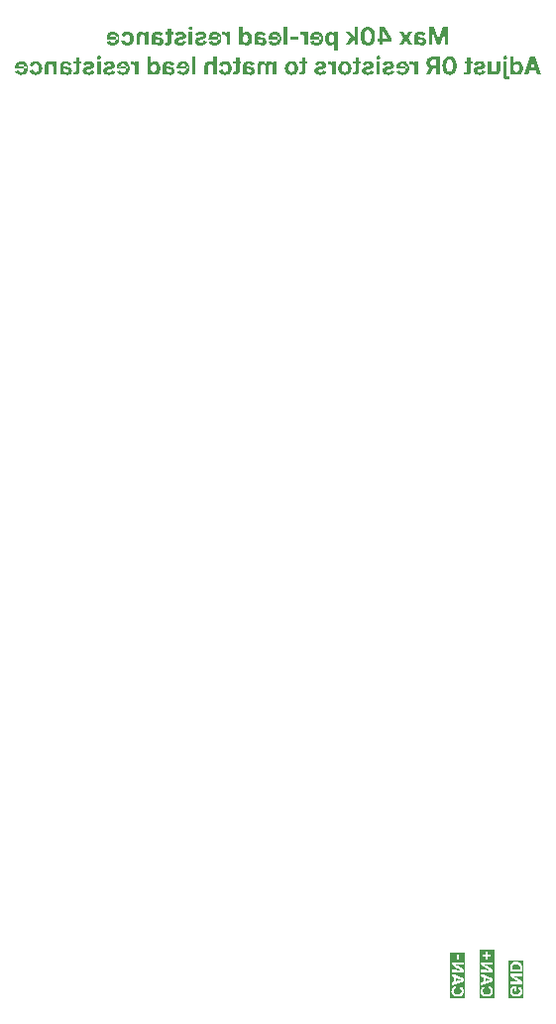
<source format=gbr>
%TF.GenerationSoftware,KiCad,Pcbnew,9.0.4*%
%TF.CreationDate,2025-10-09T14:55:44-07:00*%
%TF.ProjectId,ThermoBoard,54686572-6d6f-4426-9f61-72642e6b6963,1A*%
%TF.SameCoordinates,Original*%
%TF.FileFunction,Legend,Bot*%
%TF.FilePolarity,Positive*%
%FSLAX46Y46*%
G04 Gerber Fmt 4.6, Leading zero omitted, Abs format (unit mm)*
G04 Created by KiCad (PCBNEW 9.0.4) date 2025-10-09 14:55:44*
%MOMM*%
%LPD*%
G01*
G04 APERTURE LIST*
G04 Aperture macros list*
%AMRoundRect*
0 Rectangle with rounded corners*
0 $1 Rounding radius*
0 $2 $3 $4 $5 $6 $7 $8 $9 X,Y pos of 4 corners*
0 Add a 4 corners polygon primitive as box body*
4,1,4,$2,$3,$4,$5,$6,$7,$8,$9,$2,$3,0*
0 Add four circle primitives for the rounded corners*
1,1,$1+$1,$2,$3*
1,1,$1+$1,$4,$5*
1,1,$1+$1,$6,$7*
1,1,$1+$1,$8,$9*
0 Add four rect primitives between the rounded corners*
20,1,$1+$1,$2,$3,$4,$5,0*
20,1,$1+$1,$4,$5,$6,$7,0*
20,1,$1+$1,$6,$7,$8,$9,0*
20,1,$1+$1,$8,$9,$2,$3,0*%
G04 Aperture macros list end*
%ADD10C,0.250000*%
%ADD11C,0.300000*%
%ADD12R,2.655000X2.655000*%
%ADD13C,2.655000*%
%ADD14R,1.700000X1.700000*%
%ADD15C,1.700000*%
%ADD16C,0.650000*%
%ADD17O,2.100000X1.000000*%
%ADD18O,1.600000X1.000000*%
%ADD19C,3.250000*%
%ADD20RoundRect,0.250500X-0.499500X0.499500X-0.499500X-0.499500X0.499500X-0.499500X0.499500X0.499500X0*%
%ADD21C,1.500000*%
%ADD22C,2.500000*%
%ADD23C,3.200000*%
%ADD24C,1.100000*%
%ADD25RoundRect,0.249999X0.850001X-0.850001X0.850001X0.850001X-0.850001X0.850001X-0.850001X-0.850001X0*%
%ADD26C,2.200000*%
G04 APERTURE END LIST*
D10*
G36*
X66340355Y-91601714D02*
G01*
X66548816Y-91661737D01*
X66705659Y-91702208D01*
X66547534Y-91740933D01*
X66340355Y-91797353D01*
X66249069Y-91826598D01*
X66249069Y-91571391D01*
X66340355Y-91601714D01*
G37*
G36*
X67006231Y-93275825D02*
G01*
X65710322Y-93275825D01*
X65710322Y-92677909D01*
X65835322Y-92677909D01*
X65842405Y-92766489D01*
X65863027Y-92846775D01*
X65896871Y-92920259D01*
X65930833Y-92970548D01*
X65971539Y-93015223D01*
X66019467Y-93054668D01*
X66075352Y-93089031D01*
X66134330Y-93115165D01*
X66200348Y-93134487D01*
X66274390Y-93146597D01*
X66357574Y-93150825D01*
X66441328Y-93146553D01*
X66515754Y-93134327D01*
X66582000Y-93114833D01*
X66641079Y-93088482D01*
X66697060Y-93053849D01*
X66745038Y-93014190D01*
X66785751Y-92969359D01*
X66819682Y-92918977D01*
X66853581Y-92845395D01*
X66874176Y-92765515D01*
X66881231Y-92677909D01*
X66875026Y-92593082D01*
X66856990Y-92516099D01*
X66826961Y-92444898D01*
X66786220Y-92383108D01*
X66734739Y-92330507D01*
X66672464Y-92287976D01*
X66601699Y-92257628D01*
X66519263Y-92239371D01*
X66519263Y-92450458D01*
X66559411Y-92460923D01*
X66593818Y-92477020D01*
X66624110Y-92498877D01*
X66649383Y-92525624D01*
X66669384Y-92556705D01*
X66684066Y-92592363D01*
X66692875Y-92630867D01*
X66695912Y-92673452D01*
X66691334Y-92725209D01*
X66678062Y-92771336D01*
X66656283Y-92812915D01*
X66626558Y-92849226D01*
X66588587Y-92880192D01*
X66541123Y-92905971D01*
X66489757Y-92923691D01*
X66429117Y-92935026D01*
X66357574Y-92939066D01*
X66284802Y-92934936D01*
X66223644Y-92923394D01*
X66172316Y-92905422D01*
X66125044Y-92879298D01*
X66087652Y-92848266D01*
X66058804Y-92812182D01*
X66037841Y-92770978D01*
X66025053Y-92725323D01*
X66020641Y-92674185D01*
X66023712Y-92631629D01*
X66032609Y-92593279D01*
X66047366Y-92557698D01*
X66067292Y-92526357D01*
X66092497Y-92499250D01*
X66122857Y-92477020D01*
X66157438Y-92460532D01*
X66197290Y-92449726D01*
X66197290Y-92238639D01*
X66128097Y-92253403D01*
X66061552Y-92280832D01*
X66000416Y-92319883D01*
X65945536Y-92370774D01*
X65900225Y-92431665D01*
X65864875Y-92504314D01*
X65848778Y-92556550D01*
X65838784Y-92614160D01*
X65835322Y-92677909D01*
X65710322Y-92677909D01*
X65710322Y-91438499D01*
X65849000Y-91438499D01*
X66085366Y-91517013D01*
X66085366Y-91826598D01*
X66085366Y-91879043D01*
X65849000Y-91954767D01*
X65849000Y-92185150D01*
X66867553Y-91836737D01*
X66867553Y-91563796D01*
X65849000Y-91206530D01*
X65849000Y-91438499D01*
X65710322Y-91438499D01*
X65710322Y-90432646D01*
X65849000Y-90432646D01*
X66316480Y-90724638D01*
X66418696Y-90784417D01*
X66528178Y-90841570D01*
X66610409Y-90882212D01*
X66529887Y-90877351D01*
X66407033Y-90870879D01*
X66317091Y-90868436D01*
X65849000Y-90868436D01*
X65849000Y-91082088D01*
X66867553Y-91082088D01*
X66867553Y-90849202D01*
X66351957Y-90527595D01*
X66265922Y-90477648D01*
X66162913Y-90425929D01*
X66098093Y-90399246D01*
X66156013Y-90403398D01*
X66278928Y-90409993D01*
X66378579Y-90412496D01*
X66867553Y-90412496D01*
X66867553Y-90199150D01*
X65849000Y-90199150D01*
X65849000Y-90432646D01*
X65710322Y-90432646D01*
X65710322Y-90011388D01*
X66275936Y-90011388D01*
X66439640Y-90011388D01*
X66439640Y-89548060D01*
X66275936Y-89548060D01*
X66275936Y-90011388D01*
X65710322Y-90011388D01*
X65710322Y-89423060D01*
X67006231Y-89423060D01*
X67006231Y-93275825D01*
G37*
D11*
G36*
X65578601Y-11875000D02*
G01*
X65578601Y-10347169D01*
X65097931Y-10347169D01*
X64850635Y-11048573D01*
X64815098Y-11175610D01*
X64774523Y-11343954D01*
X64735963Y-11519077D01*
X64706287Y-11667088D01*
X64767653Y-11667088D01*
X64737795Y-11521000D01*
X64699418Y-11346061D01*
X64658935Y-11176709D01*
X64623398Y-11048573D01*
X64379582Y-10347169D01*
X63897905Y-10347169D01*
X63897905Y-11875000D01*
X64212062Y-11875000D01*
X64212062Y-11154636D01*
X64210413Y-11030163D01*
X64206475Y-10868963D01*
X64201987Y-10694299D01*
X64199422Y-10528794D01*
X64179089Y-10528794D01*
X64222778Y-10704466D01*
X64270497Y-10880321D01*
X64316018Y-11036666D01*
X64353112Y-11154636D01*
X64605995Y-11875000D01*
X64869869Y-11875000D01*
X65126782Y-11154636D01*
X65163602Y-11037949D01*
X65209489Y-10882702D01*
X65258307Y-10706847D01*
X65304927Y-10528794D01*
X65280380Y-10528794D01*
X65277358Y-10689994D01*
X65273145Y-10864384D01*
X65269206Y-11027507D01*
X65267283Y-11154636D01*
X65267283Y-11875000D01*
X65578601Y-11875000D01*
G37*
G36*
X63282315Y-10723845D02*
G01*
X63388475Y-10751086D01*
X63483338Y-10796751D01*
X63559384Y-10857606D01*
X63600540Y-10907080D01*
X63633121Y-10963395D01*
X63657295Y-11027507D01*
X63375286Y-11074310D01*
X63359095Y-11039143D01*
X63334803Y-11007266D01*
X63303361Y-10980845D01*
X63262629Y-10959547D01*
X63216267Y-10946327D01*
X63159772Y-10941595D01*
X63104216Y-10946466D01*
X63061403Y-10959730D01*
X63025817Y-10982075D01*
X63000587Y-11011754D01*
X62985206Y-11048344D01*
X62979704Y-11094735D01*
X62979704Y-11099773D01*
X62986988Y-11132604D01*
X63008189Y-11155643D01*
X63041333Y-11170843D01*
X63097674Y-11183304D01*
X63257866Y-11202172D01*
X63341624Y-11213454D01*
X63420440Y-11230748D01*
X63494726Y-11256258D01*
X63559018Y-11290465D01*
X63613403Y-11335870D01*
X63655005Y-11393963D01*
X63680691Y-11463436D01*
X63690085Y-11554431D01*
X63684133Y-11628624D01*
X63667340Y-11691116D01*
X63640625Y-11744024D01*
X63603644Y-11790486D01*
X63558633Y-11828567D01*
X63504613Y-11858788D01*
X63414127Y-11887297D01*
X63308883Y-11897256D01*
X63226676Y-11891143D01*
X63158765Y-11874084D01*
X63097850Y-11846050D01*
X63047848Y-11810061D01*
X63006225Y-11765889D01*
X62973934Y-11715814D01*
X62963859Y-11715814D01*
X62963859Y-11875000D01*
X62672141Y-11875000D01*
X62672141Y-11465129D01*
X62977414Y-11465129D01*
X62985270Y-11522940D01*
X63008555Y-11574672D01*
X63045299Y-11618409D01*
X63094651Y-11652708D01*
X63152775Y-11674061D01*
X63222237Y-11681559D01*
X63270865Y-11677506D01*
X63311630Y-11666080D01*
X63346846Y-11646538D01*
X63372996Y-11620285D01*
X63389588Y-11587204D01*
X63395436Y-11545455D01*
X63389215Y-11502240D01*
X63371622Y-11468518D01*
X63343786Y-11441422D01*
X63304853Y-11419426D01*
X63259762Y-11404105D01*
X63205201Y-11393414D01*
X63146766Y-11385079D01*
X63080180Y-11373722D01*
X63018997Y-11358884D01*
X62977414Y-11341115D01*
X62977414Y-11465129D01*
X62672141Y-11465129D01*
X62672141Y-11103253D01*
X62677025Y-11034634D01*
X62690870Y-10975754D01*
X62712899Y-10925017D01*
X62760874Y-10857870D01*
X62822992Y-10804575D01*
X62896020Y-10764468D01*
X62979429Y-10736156D01*
X63067541Y-10719775D01*
X63158856Y-10714266D01*
X63282315Y-10723845D01*
G37*
G36*
X62499034Y-11875000D02*
G01*
X62055734Y-11166909D01*
X62056191Y-11405870D01*
X62477144Y-10728646D01*
X62144943Y-10728646D01*
X62041171Y-10909630D01*
X61952236Y-11085027D01*
X61872277Y-11253371D01*
X61989147Y-11253371D01*
X61907814Y-11085301D01*
X61817505Y-10909630D01*
X61709519Y-10728646D01*
X61383730Y-10728646D01*
X61812284Y-11409076D01*
X61812284Y-11173046D01*
X61367518Y-11875000D01*
X61697521Y-11875000D01*
X61824649Y-11659119D01*
X61915782Y-11484272D01*
X61997848Y-11317301D01*
X61880520Y-11317301D01*
X61958372Y-11484272D01*
X62046300Y-11659119D01*
X62172787Y-11875000D01*
X62499034Y-11875000D01*
G37*
G36*
X60724732Y-11603615D02*
G01*
X60724732Y-11356686D01*
X60084969Y-10347169D01*
X59873485Y-10347169D01*
X59873485Y-10692009D01*
X59999514Y-10692009D01*
X60408651Y-11338642D01*
X60408651Y-11351007D01*
X59501991Y-11351007D01*
X59501991Y-11603615D01*
X60724732Y-11603615D01*
G37*
G36*
X59993194Y-11875000D02*
G01*
X59993194Y-11528785D01*
X59987241Y-11417960D01*
X59987241Y-10347169D01*
X59692501Y-10347169D01*
X59692501Y-11875000D01*
X59993194Y-11875000D01*
G37*
G36*
X58825571Y-10337638D02*
G01*
X58934219Y-10369095D01*
X59029198Y-10420075D01*
X59111568Y-10489860D01*
X59181289Y-10578554D01*
X59238667Y-10689078D01*
X59277742Y-10808267D01*
X59302699Y-10948042D01*
X59311574Y-11111863D01*
X59302697Y-11276393D01*
X59277782Y-11416248D01*
X59238850Y-11535013D01*
X59181644Y-11645016D01*
X59111992Y-11733289D01*
X59029565Y-11802734D01*
X58934565Y-11853341D01*
X58825795Y-11884595D01*
X58700112Y-11895516D01*
X58573629Y-11884571D01*
X58464519Y-11853294D01*
X58369559Y-11802734D01*
X58287129Y-11733258D01*
X58217633Y-11644930D01*
X58160732Y-11534830D01*
X58122082Y-11415980D01*
X58097360Y-11276255D01*
X58088558Y-11112137D01*
X58088563Y-11112046D01*
X58407387Y-11112046D01*
X58416656Y-11272639D01*
X58441550Y-11396253D01*
X58469395Y-11471683D01*
X58502671Y-11530077D01*
X58540835Y-11574398D01*
X58587289Y-11608298D01*
X58639706Y-11628592D01*
X58699928Y-11635580D01*
X58760164Y-11628602D01*
X58812742Y-11608314D01*
X58859480Y-11574398D01*
X58897837Y-11530040D01*
X58931144Y-11471643D01*
X58958856Y-11396253D01*
X58983481Y-11272657D01*
X58992653Y-11112046D01*
X58983403Y-10950582D01*
X58958582Y-10826465D01*
X58930676Y-10750659D01*
X58897308Y-10691827D01*
X58859022Y-10647038D01*
X58812288Y-10612622D01*
X58759833Y-10592085D01*
X58699837Y-10585031D01*
X58639889Y-10592060D01*
X58587526Y-10612512D01*
X58540926Y-10646763D01*
X58502720Y-10691442D01*
X58469410Y-10750259D01*
X58441550Y-10826190D01*
X58416656Y-10950553D01*
X58407387Y-11112046D01*
X58088563Y-11112046D01*
X58097386Y-10948101D01*
X58122195Y-10808306D01*
X58161007Y-10689262D01*
X58218035Y-10578915D01*
X58287742Y-10490208D01*
X58370475Y-10420259D01*
X58465813Y-10369155D01*
X58574656Y-10337647D01*
X58700112Y-10326653D01*
X58825571Y-10337638D01*
G37*
G36*
X57582151Y-11539227D02*
G01*
X57582151Y-11169382D01*
X57535531Y-11169382D01*
X57160649Y-10728646D01*
X56805184Y-10728646D01*
X57300417Y-11303563D01*
X57372957Y-11303563D01*
X57582151Y-11539227D01*
G37*
G36*
X57861229Y-11875000D02*
G01*
X57861229Y-10347169D01*
X57553666Y-10347169D01*
X57553666Y-11875000D01*
X57861229Y-11875000D01*
G37*
G36*
X57145628Y-11875000D02*
G01*
X57489278Y-11372256D01*
X57283839Y-11153995D01*
X56783111Y-11875000D01*
X57145628Y-11875000D01*
G37*
G36*
X55594765Y-10723093D02*
G01*
X55664692Y-10747056D01*
X55724086Y-10784384D01*
X55768739Y-10827839D01*
X55804310Y-10876523D01*
X55829190Y-10921536D01*
X55844210Y-10921536D01*
X55844210Y-10728646D01*
X56146644Y-10728646D01*
X56146644Y-12303646D01*
X55839081Y-12303646D01*
X55839081Y-11691543D01*
X55829190Y-11691543D01*
X55803581Y-11736697D01*
X55767182Y-11784324D01*
X55721811Y-11826358D01*
X55662219Y-11862452D01*
X55592941Y-11885621D01*
X55504224Y-11894050D01*
X55417949Y-11886311D01*
X55339125Y-11863631D01*
X55266179Y-11825998D01*
X55201964Y-11774781D01*
X55146335Y-11708921D01*
X55099026Y-11626238D01*
X55066071Y-11536420D01*
X55044996Y-11429941D01*
X55037476Y-11303746D01*
X55037531Y-11302830D01*
X55353099Y-11302830D01*
X55360476Y-11399937D01*
X55381218Y-11481433D01*
X55416746Y-11552192D01*
X55463833Y-11603524D01*
X55502304Y-11627624D01*
X55546817Y-11642410D01*
X55598930Y-11647579D01*
X55649518Y-11642563D01*
X55693581Y-11628100D01*
X55732469Y-11604348D01*
X55780326Y-11553792D01*
X55816733Y-11483631D01*
X55837955Y-11402253D01*
X55845584Y-11302830D01*
X55837983Y-11202535D01*
X55817008Y-11121846D01*
X55780860Y-11052648D01*
X55733202Y-11003053D01*
X55694474Y-10979875D01*
X55650183Y-10965681D01*
X55598930Y-10960737D01*
X55546486Y-10965878D01*
X55501829Y-10980557D01*
X55463375Y-11004426D01*
X55416304Y-11055195D01*
X55380943Y-11125143D01*
X55360430Y-11205755D01*
X55353099Y-11302830D01*
X55037531Y-11302830D01*
X55045297Y-11174198D01*
X55067086Y-11066378D01*
X55100949Y-10976766D01*
X55149401Y-10894443D01*
X55205555Y-10829608D01*
X55269660Y-10779937D01*
X55342222Y-10743500D01*
X55419372Y-10721669D01*
X55502484Y-10714266D01*
X55594765Y-10723093D01*
G37*
G36*
X54304839Y-11897439D02*
G01*
X54419984Y-11888911D01*
X54520025Y-11864575D01*
X54607456Y-11825540D01*
X54685661Y-11770905D01*
X54750425Y-11703309D01*
X54802820Y-11621384D01*
X54839732Y-11530772D01*
X54862849Y-11427013D01*
X54870964Y-11307684D01*
X54862987Y-11191366D01*
X54840101Y-11088624D01*
X54803278Y-10997374D01*
X54751371Y-10914232D01*
X54687791Y-10845272D01*
X54611669Y-10789096D01*
X54526201Y-10748246D01*
X54429819Y-10723036D01*
X54320227Y-10714266D01*
X54210632Y-10723389D01*
X54110392Y-10750078D01*
X54018746Y-10794961D01*
X53939208Y-10857972D01*
X53894430Y-10909151D01*
X53856040Y-10969225D01*
X53824078Y-11039323D01*
X53801794Y-11113177D01*
X53787665Y-11198101D01*
X53782679Y-11295778D01*
X53782679Y-11382056D01*
X54744751Y-11382056D01*
X54744751Y-11188524D01*
X53932522Y-11188524D01*
X54076228Y-11240457D01*
X54083473Y-11154536D01*
X54103614Y-11084843D01*
X54138073Y-11025524D01*
X54184672Y-10982353D01*
X54243110Y-10955495D01*
X54318029Y-10945900D01*
X54393283Y-10955549D01*
X54453400Y-10982811D01*
X54502058Y-11026046D01*
X54537939Y-11083012D01*
X54559379Y-11149227D01*
X54566881Y-11226718D01*
X54566881Y-11363005D01*
X54557967Y-11457492D01*
X54533634Y-11530159D01*
X54493048Y-11589904D01*
X54439936Y-11631825D01*
X54375968Y-11657011D01*
X54299894Y-11665806D01*
X54247692Y-11661845D01*
X54202074Y-11650510D01*
X54160803Y-11631274D01*
X54126328Y-11605081D01*
X54098655Y-11571798D01*
X54078152Y-11530892D01*
X53800081Y-11582366D01*
X53823193Y-11643161D01*
X53855180Y-11698215D01*
X53896435Y-11748237D01*
X53972425Y-11810435D01*
X54068168Y-11858330D01*
X54176118Y-11887188D01*
X54304839Y-11897439D01*
G37*
G36*
X53573302Y-11875000D02*
G01*
X53573302Y-10728646D01*
X53275264Y-10728646D01*
X53275264Y-10928223D01*
X53262899Y-10928223D01*
X53236282Y-10861250D01*
X53201129Y-10808568D01*
X53157478Y-10767847D01*
X53105654Y-10737664D01*
X53049168Y-10719541D01*
X52986661Y-10713350D01*
X52935461Y-10716006D01*
X52887193Y-10723608D01*
X52887193Y-10998381D01*
X52946819Y-10986933D01*
X53020092Y-10982536D01*
X53087688Y-10990351D01*
X53146487Y-11013036D01*
X53196478Y-11049422D01*
X53234140Y-11097391D01*
X53257574Y-11154580D01*
X53265739Y-11222596D01*
X53265739Y-11875000D01*
X53573302Y-11875000D01*
G37*
G36*
X52087328Y-11123861D02*
G01*
X52087328Y-11369417D01*
X52782321Y-11369417D01*
X52782321Y-11123861D01*
X52087328Y-11123861D01*
G37*
G36*
X51505725Y-10347169D02*
G01*
X51505725Y-11875000D01*
X51813288Y-11875000D01*
X51813288Y-10347169D01*
X51505725Y-10347169D01*
G37*
G36*
X50726193Y-11897439D02*
G01*
X50841338Y-11888911D01*
X50941379Y-11864575D01*
X51028810Y-11825540D01*
X51107015Y-11770905D01*
X51171779Y-11703309D01*
X51224174Y-11621384D01*
X51261086Y-11530772D01*
X51284203Y-11427013D01*
X51292318Y-11307684D01*
X51284340Y-11191366D01*
X51261454Y-11088624D01*
X51224632Y-10997374D01*
X51172725Y-10914232D01*
X51109145Y-10845272D01*
X51033023Y-10789096D01*
X50947555Y-10748246D01*
X50851173Y-10723036D01*
X50741581Y-10714266D01*
X50631986Y-10723389D01*
X50531745Y-10750078D01*
X50440100Y-10794961D01*
X50360562Y-10857972D01*
X50315784Y-10909151D01*
X50277394Y-10969225D01*
X50245432Y-11039323D01*
X50223148Y-11113177D01*
X50209019Y-11198101D01*
X50204033Y-11295778D01*
X50204033Y-11382056D01*
X51166105Y-11382056D01*
X51166105Y-11188524D01*
X50353876Y-11188524D01*
X50497582Y-11240457D01*
X50504827Y-11154536D01*
X50524968Y-11084843D01*
X50559427Y-11025524D01*
X50606026Y-10982353D01*
X50664464Y-10955495D01*
X50739382Y-10945900D01*
X50814637Y-10955549D01*
X50874754Y-10982811D01*
X50923412Y-11026046D01*
X50959292Y-11083012D01*
X50980733Y-11149227D01*
X50988235Y-11226718D01*
X50988235Y-11363005D01*
X50979321Y-11457492D01*
X50954988Y-11530159D01*
X50914402Y-11589904D01*
X50861290Y-11631825D01*
X50797322Y-11657011D01*
X50721247Y-11665806D01*
X50669046Y-11661845D01*
X50623428Y-11650510D01*
X50582157Y-11631274D01*
X50547682Y-11605081D01*
X50520008Y-11571798D01*
X50499505Y-11530892D01*
X50221435Y-11582366D01*
X50244547Y-11643161D01*
X50276534Y-11698215D01*
X50317789Y-11748237D01*
X50393778Y-11810435D01*
X50489522Y-11858330D01*
X50597472Y-11887188D01*
X50726193Y-11897439D01*
G37*
G36*
X49627186Y-10723845D02*
G01*
X49733346Y-10751086D01*
X49828209Y-10796751D01*
X49904255Y-10857606D01*
X49945411Y-10907080D01*
X49977992Y-10963395D01*
X50002166Y-11027507D01*
X49720157Y-11074310D01*
X49703966Y-11039143D01*
X49679674Y-11007266D01*
X49648232Y-10980845D01*
X49607500Y-10959547D01*
X49561138Y-10946327D01*
X49504643Y-10941595D01*
X49449087Y-10946466D01*
X49406274Y-10959730D01*
X49370688Y-10982075D01*
X49345458Y-11011754D01*
X49330077Y-11048344D01*
X49324575Y-11094735D01*
X49324575Y-11099773D01*
X49331859Y-11132604D01*
X49353060Y-11155643D01*
X49386204Y-11170843D01*
X49442544Y-11183304D01*
X49602737Y-11202172D01*
X49686495Y-11213454D01*
X49765311Y-11230748D01*
X49839597Y-11256258D01*
X49903889Y-11290465D01*
X49958274Y-11335870D01*
X49999876Y-11393963D01*
X50025562Y-11463436D01*
X50034955Y-11554431D01*
X50029004Y-11628624D01*
X50012211Y-11691116D01*
X49985496Y-11744024D01*
X49948515Y-11790486D01*
X49903504Y-11828567D01*
X49849484Y-11858788D01*
X49758998Y-11887297D01*
X49653753Y-11897256D01*
X49571547Y-11891143D01*
X49503636Y-11874084D01*
X49442721Y-11846050D01*
X49392719Y-11810061D01*
X49351096Y-11765889D01*
X49318805Y-11715814D01*
X49308730Y-11715814D01*
X49308730Y-11875000D01*
X49017012Y-11875000D01*
X49017012Y-11465129D01*
X49322285Y-11465129D01*
X49330141Y-11522940D01*
X49353426Y-11574672D01*
X49390170Y-11618409D01*
X49439522Y-11652708D01*
X49497646Y-11674061D01*
X49567108Y-11681559D01*
X49615736Y-11677506D01*
X49656501Y-11666080D01*
X49691717Y-11646538D01*
X49717867Y-11620285D01*
X49734459Y-11587204D01*
X49740307Y-11545455D01*
X49734086Y-11502240D01*
X49716493Y-11468518D01*
X49688657Y-11441422D01*
X49649723Y-11419426D01*
X49604633Y-11404105D01*
X49550072Y-11393414D01*
X49491637Y-11385079D01*
X49425051Y-11373722D01*
X49363868Y-11358884D01*
X49322285Y-11341115D01*
X49322285Y-11465129D01*
X49017012Y-11465129D01*
X49017012Y-11103253D01*
X49021896Y-11034634D01*
X49035740Y-10975754D01*
X49057770Y-10925017D01*
X49105745Y-10857870D01*
X49167863Y-10804575D01*
X49240891Y-10764468D01*
X49324300Y-10736156D01*
X49412412Y-10719775D01*
X49503727Y-10714266D01*
X49627186Y-10723845D01*
G37*
G36*
X48002366Y-10921536D02*
G01*
X48012258Y-10921536D01*
X48036473Y-10876606D01*
X48072250Y-10827839D01*
X48117289Y-10784365D01*
X48176847Y-10747056D01*
X48246695Y-10723096D01*
X48338964Y-10714266D01*
X48421419Y-10721640D01*
X48498432Y-10743444D01*
X48571330Y-10779937D01*
X48635725Y-10829637D01*
X48692057Y-10894477D01*
X48740590Y-10976766D01*
X48774403Y-11066372D01*
X48796161Y-11174193D01*
X48803971Y-11303746D01*
X48796452Y-11429941D01*
X48775376Y-11536420D01*
X48742422Y-11626238D01*
X48695085Y-11708884D01*
X48639309Y-11774749D01*
X48574811Y-11825998D01*
X48501530Y-11863687D01*
X48422840Y-11886340D01*
X48337223Y-11894050D01*
X48247693Y-11885582D01*
X48178771Y-11862452D01*
X48119531Y-11826397D01*
X48074082Y-11784324D01*
X48037568Y-11736657D01*
X48012258Y-11691543D01*
X47997237Y-11691543D01*
X47997237Y-11875000D01*
X47694804Y-11875000D01*
X47694804Y-11302830D01*
X47995863Y-11302830D01*
X48003516Y-11402248D01*
X48024806Y-11483631D01*
X48061106Y-11553805D01*
X48108795Y-11604348D01*
X48147520Y-11628071D01*
X48191630Y-11642548D01*
X48242518Y-11647579D01*
X48293967Y-11642443D01*
X48338361Y-11627686D01*
X48377157Y-11603524D01*
X48424630Y-11552155D01*
X48460322Y-11481433D01*
X48480995Y-11399942D01*
X48488349Y-11302830D01*
X48481018Y-11205755D01*
X48460505Y-11125143D01*
X48425089Y-11055218D01*
X48377798Y-11004426D01*
X48339182Y-10980524D01*
X48294598Y-10965861D01*
X48242518Y-10960737D01*
X48191266Y-10965683D01*
X48147008Y-10979878D01*
X48108337Y-11003053D01*
X48060626Y-11052658D01*
X48024532Y-11121846D01*
X48003488Y-11202540D01*
X47995863Y-11302830D01*
X47694804Y-11302830D01*
X47694804Y-10347169D01*
X48002366Y-10347169D01*
X48002366Y-10921536D01*
G37*
G36*
X46936246Y-11875000D02*
G01*
X46936246Y-10728646D01*
X46638209Y-10728646D01*
X46638209Y-10928223D01*
X46625844Y-10928223D01*
X46599227Y-10861250D01*
X46564074Y-10808568D01*
X46520423Y-10767847D01*
X46468599Y-10737664D01*
X46412113Y-10719541D01*
X46349606Y-10713350D01*
X46298406Y-10716006D01*
X46250138Y-10723608D01*
X46250138Y-10998381D01*
X46309764Y-10986933D01*
X46383036Y-10982536D01*
X46450633Y-10990351D01*
X46509432Y-11013036D01*
X46559423Y-11049422D01*
X46597085Y-11097391D01*
X46620519Y-11154580D01*
X46628684Y-11222596D01*
X46628684Y-11875000D01*
X46936246Y-11875000D01*
G37*
G36*
X45614679Y-11897439D02*
G01*
X45729823Y-11888911D01*
X45829865Y-11864575D01*
X45917296Y-11825540D01*
X45995500Y-11770905D01*
X46060265Y-11703309D01*
X46112660Y-11621384D01*
X46149572Y-11530772D01*
X46172688Y-11427013D01*
X46180803Y-11307684D01*
X46172826Y-11191366D01*
X46149940Y-11088624D01*
X46113118Y-10997374D01*
X46061211Y-10914232D01*
X45997631Y-10845272D01*
X45921509Y-10789096D01*
X45836041Y-10748246D01*
X45739658Y-10723036D01*
X45630066Y-10714266D01*
X45520471Y-10723389D01*
X45420231Y-10750078D01*
X45328586Y-10794961D01*
X45249047Y-10857972D01*
X45204269Y-10909151D01*
X45165880Y-10969225D01*
X45133917Y-11039323D01*
X45111634Y-11113177D01*
X45097504Y-11198101D01*
X45092518Y-11295778D01*
X45092518Y-11382056D01*
X46054591Y-11382056D01*
X46054591Y-11188524D01*
X45242361Y-11188524D01*
X45386068Y-11240457D01*
X45393313Y-11154536D01*
X45413453Y-11084843D01*
X45447913Y-11025524D01*
X45494511Y-10982353D01*
X45552950Y-10955495D01*
X45627868Y-10945900D01*
X45703123Y-10955549D01*
X45763240Y-10982811D01*
X45811898Y-11026046D01*
X45847778Y-11083012D01*
X45869219Y-11149227D01*
X45876721Y-11226718D01*
X45876721Y-11363005D01*
X45867807Y-11457492D01*
X45843473Y-11530159D01*
X45802888Y-11589904D01*
X45749776Y-11631825D01*
X45685807Y-11657011D01*
X45609733Y-11665806D01*
X45557532Y-11661845D01*
X45511914Y-11650510D01*
X45470643Y-11631274D01*
X45436168Y-11605081D01*
X45408494Y-11571798D01*
X45387991Y-11530892D01*
X45109921Y-11582366D01*
X45133033Y-11643161D01*
X45165020Y-11698215D01*
X45206274Y-11748237D01*
X45282264Y-11810435D01*
X45378008Y-11858330D01*
X45485958Y-11887188D01*
X45614679Y-11897439D01*
G37*
G36*
X44427567Y-11897439D02*
G01*
X44561079Y-11887054D01*
X44672756Y-11857872D01*
X44740902Y-11826741D01*
X44798551Y-11788495D01*
X44846963Y-11743108D01*
X44886383Y-11690006D01*
X44915468Y-11629930D01*
X44934340Y-11561666D01*
X44647752Y-11512482D01*
X44628229Y-11562871D01*
X44601996Y-11602182D01*
X44569075Y-11632283D01*
X44529597Y-11653571D01*
X44480224Y-11667256D01*
X44418500Y-11672217D01*
X44336590Y-11663021D01*
X44279648Y-11638695D01*
X44250395Y-11613291D01*
X44234058Y-11585405D01*
X44228631Y-11553790D01*
X44237637Y-11512951D01*
X44264901Y-11480059D01*
X44307176Y-11456179D01*
X44376826Y-11435729D01*
X44574204Y-11395062D01*
X44681807Y-11364701D01*
X44762609Y-11325794D01*
X44821958Y-11279658D01*
X44867027Y-11221001D01*
X44894370Y-11151977D01*
X44903932Y-11069548D01*
X44896981Y-10998244D01*
X44876888Y-10935675D01*
X44843848Y-10880046D01*
X44799625Y-10832072D01*
X44744181Y-10791211D01*
X44675779Y-10757405D01*
X44602500Y-10734126D01*
X44518773Y-10719434D01*
X44422988Y-10714266D01*
X44292236Y-10724285D01*
X44187324Y-10751910D01*
X44123735Y-10781223D01*
X44070621Y-10816562D01*
X44026673Y-10857881D01*
X43990504Y-10905985D01*
X43963117Y-10959728D01*
X43944333Y-11019997D01*
X44217182Y-11067991D01*
X44243084Y-11014721D01*
X44284868Y-10972095D01*
X44340369Y-10944873D01*
X44418042Y-10934817D01*
X44489733Y-10943282D01*
X44545353Y-10966782D01*
X44574659Y-10991292D01*
X44591125Y-11018965D01*
X44596644Y-11051138D01*
X44588433Y-11090718D01*
X44563488Y-11124044D01*
X44522990Y-11148720D01*
X44449274Y-11170847D01*
X44243286Y-11211880D01*
X44134812Y-11241542D01*
X44054188Y-11278739D01*
X43995715Y-11322064D01*
X43950958Y-11377623D01*
X43923918Y-11443119D01*
X43914474Y-11521550D01*
X43921964Y-11594389D01*
X43943832Y-11659541D01*
X43980236Y-11718745D01*
X44028358Y-11769838D01*
X44088220Y-11813698D01*
X44161587Y-11850362D01*
X44239987Y-11875887D01*
X44328152Y-11891861D01*
X44427567Y-11897439D01*
G37*
G36*
X43707844Y-11875000D02*
G01*
X43707844Y-10728646D01*
X43400282Y-10728646D01*
X43400282Y-11875000D01*
X43707844Y-11875000D01*
G37*
G36*
X43553788Y-10579169D02*
G01*
X43598241Y-10573916D01*
X43637467Y-10558561D01*
X43672765Y-10532732D01*
X43700595Y-10499226D01*
X43716824Y-10462505D01*
X43722316Y-10421266D01*
X43716775Y-10379201D01*
X43700502Y-10342262D01*
X43672765Y-10309067D01*
X43637505Y-10283565D01*
X43598277Y-10268380D01*
X43553788Y-10263180D01*
X43509054Y-10268387D01*
X43469677Y-10283580D01*
X43434354Y-10309067D01*
X43406569Y-10342215D01*
X43390265Y-10379150D01*
X43384711Y-10421266D01*
X43390215Y-10462560D01*
X43406474Y-10499309D01*
X43434354Y-10532824D01*
X43469709Y-10558583D01*
X43509084Y-10573917D01*
X43553788Y-10579169D01*
G37*
G36*
X42683673Y-11897439D02*
G01*
X42817185Y-11887054D01*
X42928862Y-11857872D01*
X42997008Y-11826741D01*
X43054657Y-11788495D01*
X43103069Y-11743108D01*
X43142489Y-11690006D01*
X43171574Y-11629930D01*
X43190447Y-11561666D01*
X42903858Y-11512482D01*
X42884335Y-11562871D01*
X42858103Y-11602182D01*
X42825181Y-11632283D01*
X42785703Y-11653571D01*
X42736330Y-11667256D01*
X42674606Y-11672217D01*
X42592696Y-11663021D01*
X42535754Y-11638695D01*
X42506501Y-11613291D01*
X42490164Y-11585405D01*
X42484737Y-11553790D01*
X42493743Y-11512951D01*
X42521007Y-11480059D01*
X42563282Y-11456179D01*
X42632932Y-11435729D01*
X42830310Y-11395062D01*
X42937913Y-11364701D01*
X43018715Y-11325794D01*
X43078064Y-11279658D01*
X43123133Y-11221001D01*
X43150476Y-11151977D01*
X43160038Y-11069548D01*
X43153087Y-10998244D01*
X43132994Y-10935675D01*
X43099955Y-10880046D01*
X43055731Y-10832072D01*
X43000287Y-10791211D01*
X42931885Y-10757405D01*
X42858606Y-10734126D01*
X42774879Y-10719434D01*
X42679094Y-10714266D01*
X42548342Y-10724285D01*
X42443430Y-10751910D01*
X42379842Y-10781223D01*
X42326727Y-10816562D01*
X42282779Y-10857881D01*
X42246610Y-10905985D01*
X42219223Y-10959728D01*
X42200439Y-11019997D01*
X42473288Y-11067991D01*
X42499190Y-11014721D01*
X42540974Y-10972095D01*
X42596475Y-10944873D01*
X42674148Y-10934817D01*
X42745839Y-10943282D01*
X42801459Y-10966782D01*
X42830765Y-10991292D01*
X42847231Y-11018965D01*
X42852750Y-11051138D01*
X42844539Y-11090718D01*
X42819594Y-11124044D01*
X42779096Y-11148720D01*
X42705380Y-11170847D01*
X42499392Y-11211880D01*
X42390918Y-11241542D01*
X42310294Y-11278739D01*
X42251821Y-11322064D01*
X42207064Y-11377623D01*
X42180024Y-11443119D01*
X42170580Y-11521550D01*
X42178070Y-11594389D01*
X42199938Y-11659541D01*
X42236342Y-11718745D01*
X42284464Y-11769838D01*
X42344326Y-11813698D01*
X42417693Y-11850362D01*
X42496093Y-11875887D01*
X42584258Y-11891861D01*
X42683673Y-11897439D01*
G37*
G36*
X41394254Y-10728646D02*
G01*
X41394254Y-10962936D01*
X42074409Y-10962936D01*
X42074409Y-10728646D01*
X41394254Y-10728646D01*
G37*
G36*
X41916598Y-10455887D02*
G01*
X41609035Y-10455887D01*
X41609035Y-11539410D01*
X41602227Y-11589279D01*
X41584672Y-11620193D01*
X41554871Y-11638832D01*
X41504713Y-11646113D01*
X41455162Y-11641717D01*
X41407077Y-11633291D01*
X41363022Y-11863825D01*
X41464962Y-11885075D01*
X41561866Y-11891028D01*
X41648621Y-11884992D01*
X41719713Y-11868232D01*
X41777922Y-11842163D01*
X41825465Y-11807314D01*
X41864106Y-11762690D01*
X41892359Y-11709026D01*
X41910224Y-11644471D01*
X41916598Y-11566521D01*
X41916598Y-10455887D01*
G37*
G36*
X40838840Y-10723845D02*
G01*
X40945000Y-10751086D01*
X41039862Y-10796751D01*
X41115909Y-10857606D01*
X41157064Y-10907080D01*
X41189646Y-10963395D01*
X41213820Y-11027507D01*
X40931811Y-11074310D01*
X40915620Y-11039143D01*
X40891328Y-11007266D01*
X40859886Y-10980845D01*
X40819154Y-10959547D01*
X40772791Y-10946327D01*
X40716297Y-10941595D01*
X40660741Y-10946466D01*
X40617928Y-10959730D01*
X40582342Y-10982075D01*
X40557112Y-11011754D01*
X40541731Y-11048344D01*
X40536229Y-11094735D01*
X40536229Y-11099773D01*
X40543513Y-11132604D01*
X40564714Y-11155643D01*
X40597858Y-11170843D01*
X40654198Y-11183304D01*
X40814391Y-11202172D01*
X40898149Y-11213454D01*
X40976965Y-11230748D01*
X41051250Y-11256258D01*
X41115542Y-11290465D01*
X41169928Y-11335870D01*
X41211530Y-11393963D01*
X41237216Y-11463436D01*
X41246609Y-11554431D01*
X41240658Y-11628624D01*
X41223865Y-11691116D01*
X41197150Y-11744024D01*
X41160169Y-11790486D01*
X41115158Y-11828567D01*
X41061137Y-11858788D01*
X40970652Y-11887297D01*
X40865407Y-11897256D01*
X40783201Y-11891143D01*
X40715290Y-11874084D01*
X40654375Y-11846050D01*
X40604373Y-11810061D01*
X40562750Y-11765889D01*
X40530459Y-11715814D01*
X40520384Y-11715814D01*
X40520384Y-11875000D01*
X40228666Y-11875000D01*
X40228666Y-11465129D01*
X40533939Y-11465129D01*
X40541794Y-11522940D01*
X40565080Y-11574672D01*
X40601824Y-11618409D01*
X40651176Y-11652708D01*
X40709300Y-11674061D01*
X40778762Y-11681559D01*
X40827390Y-11677506D01*
X40868155Y-11666080D01*
X40903370Y-11646538D01*
X40929521Y-11620285D01*
X40946113Y-11587204D01*
X40951961Y-11545455D01*
X40945739Y-11502240D01*
X40928147Y-11468518D01*
X40900311Y-11441422D01*
X40861377Y-11419426D01*
X40816287Y-11404105D01*
X40761726Y-11393414D01*
X40703291Y-11385079D01*
X40636704Y-11373722D01*
X40575522Y-11358884D01*
X40533939Y-11341115D01*
X40533939Y-11465129D01*
X40228666Y-11465129D01*
X40228666Y-11103253D01*
X40233550Y-11034634D01*
X40247394Y-10975754D01*
X40269424Y-10925017D01*
X40317399Y-10857870D01*
X40379517Y-10804575D01*
X40452544Y-10764468D01*
X40535954Y-10736156D01*
X40624066Y-10719775D01*
X40715381Y-10714266D01*
X40838840Y-10723845D01*
G37*
G36*
X39660435Y-11211239D02*
G01*
X39660435Y-11875000D01*
X39967998Y-11875000D01*
X39967998Y-10728646D01*
X39677654Y-10728646D01*
X39672708Y-11014776D01*
X39691118Y-11014776D01*
X39654254Y-10923142D01*
X39608500Y-10850136D01*
X39554190Y-10792851D01*
X39488903Y-10750123D01*
X39410967Y-10723635D01*
X39317060Y-10714266D01*
X39239026Y-10720347D01*
X39170312Y-10737822D01*
X39109332Y-10766106D01*
X39054990Y-10805381D01*
X39009327Y-10854517D01*
X38971762Y-10914667D01*
X38945295Y-10980798D01*
X38928634Y-11057225D01*
X38922761Y-11145843D01*
X38922761Y-11875000D01*
X39230324Y-11875000D01*
X39230324Y-11199424D01*
X39237090Y-11130256D01*
X39255832Y-11075459D01*
X39285461Y-11031904D01*
X39325781Y-10998799D01*
X39375606Y-10978427D01*
X39437777Y-10971179D01*
X39499838Y-10978478D01*
X39553090Y-10999572D01*
X39597763Y-11034001D01*
X39631950Y-11081454D01*
X39652891Y-11138752D01*
X39660435Y-11211239D01*
G37*
G36*
X38148267Y-11897439D02*
G01*
X38261242Y-11888696D01*
X38359835Y-11863671D01*
X38446487Y-11823342D01*
X38523798Y-11767414D01*
X38588078Y-11698803D01*
X38640294Y-11616163D01*
X38677373Y-11525186D01*
X38700409Y-11422753D01*
X38708438Y-11306769D01*
X38700393Y-11189856D01*
X38677341Y-11086892D01*
X38640294Y-10995725D01*
X38588058Y-10912917D01*
X38523776Y-10844251D01*
X38446487Y-10788363D01*
X38359835Y-10748034D01*
X38261242Y-10723009D01*
X38148267Y-10714266D01*
X38048460Y-10721120D01*
X37959864Y-10740827D01*
X37877951Y-10773402D01*
X37807273Y-10816665D01*
X37746575Y-10871365D01*
X37697730Y-10936649D01*
X37661715Y-11010791D01*
X37638379Y-11095376D01*
X37924327Y-11148866D01*
X37936495Y-11105927D01*
X37953086Y-11068723D01*
X37974683Y-11035502D01*
X38000164Y-11007998D01*
X38030028Y-10985807D01*
X38064369Y-10969530D01*
X38102030Y-10959749D01*
X38144969Y-10956341D01*
X38198194Y-10961544D01*
X38243582Y-10976405D01*
X38282722Y-11000580D01*
X38330582Y-11052075D01*
X38366620Y-11123312D01*
X38387517Y-11205678D01*
X38395013Y-11305669D01*
X38387553Y-11404413D01*
X38366620Y-11486928D01*
X38330596Y-11558519D01*
X38282722Y-11610576D01*
X38243544Y-11635068D01*
X38198158Y-11650105D01*
X38144969Y-11655364D01*
X38101594Y-11651819D01*
X38063453Y-11641625D01*
X38028560Y-11624788D01*
X37998057Y-11601967D01*
X37972056Y-11573455D01*
X37950247Y-11538677D01*
X37933703Y-11499683D01*
X37921945Y-11455146D01*
X37636456Y-11508177D01*
X37659568Y-11595119D01*
X37695624Y-11670568D01*
X37744667Y-11736991D01*
X37805350Y-11793025D01*
X37876159Y-11837469D01*
X37958673Y-11870695D01*
X38047972Y-11890544D01*
X38148267Y-11897439D01*
G37*
G36*
X36906933Y-11897439D02*
G01*
X37022077Y-11888911D01*
X37122119Y-11864575D01*
X37209550Y-11825540D01*
X37287754Y-11770905D01*
X37352519Y-11703309D01*
X37404914Y-11621384D01*
X37441826Y-11530772D01*
X37464942Y-11427013D01*
X37473057Y-11307684D01*
X37465080Y-11191366D01*
X37442194Y-11088624D01*
X37405372Y-10997374D01*
X37353465Y-10914232D01*
X37289885Y-10845272D01*
X37213763Y-10789096D01*
X37128295Y-10748246D01*
X37031912Y-10723036D01*
X36922320Y-10714266D01*
X36812725Y-10723389D01*
X36712485Y-10750078D01*
X36620840Y-10794961D01*
X36541301Y-10857972D01*
X36496523Y-10909151D01*
X36458134Y-10969225D01*
X36426171Y-11039323D01*
X36403888Y-11113177D01*
X36389758Y-11198101D01*
X36384772Y-11295778D01*
X36384772Y-11382056D01*
X37346845Y-11382056D01*
X37346845Y-11188524D01*
X36534615Y-11188524D01*
X36678322Y-11240457D01*
X36685567Y-11154536D01*
X36705707Y-11084843D01*
X36740167Y-11025524D01*
X36786765Y-10982353D01*
X36845204Y-10955495D01*
X36920122Y-10945900D01*
X36995377Y-10955549D01*
X37055494Y-10982811D01*
X37104152Y-11026046D01*
X37140032Y-11083012D01*
X37161473Y-11149227D01*
X37168975Y-11226718D01*
X37168975Y-11363005D01*
X37160061Y-11457492D01*
X37135727Y-11530159D01*
X37095142Y-11589904D01*
X37042030Y-11631825D01*
X36978061Y-11657011D01*
X36901987Y-11665806D01*
X36849786Y-11661845D01*
X36804168Y-11650510D01*
X36762897Y-11631274D01*
X36728422Y-11605081D01*
X36700748Y-11571798D01*
X36680245Y-11530892D01*
X36402175Y-11582366D01*
X36425287Y-11643161D01*
X36457274Y-11698215D01*
X36498528Y-11748237D01*
X36574518Y-11810435D01*
X36670262Y-11858330D01*
X36778212Y-11887188D01*
X36906933Y-11897439D01*
G37*
G36*
X73497290Y-14395000D02*
G01*
X72974671Y-12867169D01*
X72565259Y-12867169D01*
X72029360Y-14395000D01*
X72377314Y-14395000D01*
X72622137Y-13657966D01*
X72712171Y-13345274D01*
X72807701Y-12975063D01*
X72739832Y-12975063D01*
X72830965Y-13347198D01*
X72915595Y-13657966D01*
X73151717Y-14395000D01*
X73497290Y-14395000D01*
G37*
G36*
X73170768Y-14040450D02*
G01*
X73170768Y-13794895D01*
X72355882Y-13794895D01*
X72355882Y-14040450D01*
X73170768Y-14040450D01*
G37*
G36*
X71142667Y-13441536D02*
G01*
X71152558Y-13441536D01*
X71176773Y-13396606D01*
X71212551Y-13347839D01*
X71257589Y-13304365D01*
X71317148Y-13267056D01*
X71386995Y-13243096D01*
X71479264Y-13234266D01*
X71561719Y-13241640D01*
X71638732Y-13263444D01*
X71711630Y-13299937D01*
X71776025Y-13349637D01*
X71832357Y-13414477D01*
X71880891Y-13496766D01*
X71914703Y-13586372D01*
X71936462Y-13694193D01*
X71944272Y-13823746D01*
X71936752Y-13949941D01*
X71915677Y-14056420D01*
X71882722Y-14146238D01*
X71835385Y-14228884D01*
X71779609Y-14294749D01*
X71715111Y-14345998D01*
X71641831Y-14383687D01*
X71563140Y-14406340D01*
X71477524Y-14414050D01*
X71387993Y-14405582D01*
X71319071Y-14382452D01*
X71259831Y-14346397D01*
X71214382Y-14304324D01*
X71177868Y-14256657D01*
X71152558Y-14211543D01*
X71137538Y-14211543D01*
X71137538Y-14395000D01*
X70835104Y-14395000D01*
X70835104Y-13822830D01*
X71136164Y-13822830D01*
X71143816Y-13922248D01*
X71165106Y-14003631D01*
X71201406Y-14073805D01*
X71249095Y-14124348D01*
X71287820Y-14148071D01*
X71331930Y-14162548D01*
X71382818Y-14167579D01*
X71434267Y-14162443D01*
X71478661Y-14147686D01*
X71517457Y-14123524D01*
X71564930Y-14072155D01*
X71600622Y-14001433D01*
X71621296Y-13919942D01*
X71628649Y-13822830D01*
X71621318Y-13725755D01*
X71600805Y-13645143D01*
X71565389Y-13575218D01*
X71518098Y-13524426D01*
X71479483Y-13500524D01*
X71434898Y-13485861D01*
X71382818Y-13480737D01*
X71331566Y-13485683D01*
X71287308Y-13499878D01*
X71248637Y-13523053D01*
X71200926Y-13572658D01*
X71164832Y-13641846D01*
X71143788Y-13722540D01*
X71136164Y-13822830D01*
X70835104Y-13822830D01*
X70835104Y-12867169D01*
X71142667Y-12867169D01*
X71142667Y-13441536D01*
G37*
G36*
X70573794Y-13248646D02*
G01*
X70265774Y-13248646D01*
X70265774Y-14453801D01*
X70271901Y-14540112D01*
X70289440Y-14610035D01*
X70316882Y-14666659D01*
X70355813Y-14715854D01*
X70404467Y-14755418D01*
X70464252Y-14785910D01*
X70565655Y-14813586D01*
X70692954Y-14823646D01*
X70755328Y-14823646D01*
X70755328Y-14581387D01*
X70714295Y-14581387D01*
X70663797Y-14576928D01*
X70628934Y-14565337D01*
X70605485Y-14548231D01*
X70582490Y-14509263D01*
X70573794Y-14449313D01*
X70573794Y-13248646D01*
G37*
G36*
X70419280Y-13099169D02*
G01*
X70463733Y-13093916D01*
X70502959Y-13078561D01*
X70538257Y-13052732D01*
X70566087Y-13019226D01*
X70582316Y-12982505D01*
X70587808Y-12941266D01*
X70582267Y-12899201D01*
X70565994Y-12862262D01*
X70538257Y-12829067D01*
X70502997Y-12803565D01*
X70463769Y-12788380D01*
X70419280Y-12783180D01*
X70374546Y-12788387D01*
X70335169Y-12803580D01*
X70299846Y-12829067D01*
X70272061Y-12862215D01*
X70255757Y-12899150D01*
X70250203Y-12941266D01*
X70255707Y-12982560D01*
X70271966Y-13019309D01*
X70299846Y-13052824D01*
X70335201Y-13078583D01*
X70374576Y-13093917D01*
X70419280Y-13099169D01*
G37*
G36*
X69609982Y-14409379D02*
G01*
X69687651Y-14403317D01*
X69756387Y-14385859D01*
X69817710Y-14357539D01*
X69872326Y-14318225D01*
X69918136Y-14269029D01*
X69955738Y-14208795D01*
X69982230Y-14142432D01*
X69998879Y-14066016D01*
X70004739Y-13977711D01*
X70004739Y-13248646D01*
X69697176Y-13248646D01*
X69697176Y-13924130D01*
X69690393Y-13993285D01*
X69671594Y-14048116D01*
X69641855Y-14091741D01*
X69601369Y-14124856D01*
X69551444Y-14145224D01*
X69489265Y-14152466D01*
X69426820Y-14145134D01*
X69374043Y-14124073D01*
X69329775Y-14089528D01*
X69295641Y-14041641D01*
X69274590Y-13983988D01*
X69267065Y-13912315D01*
X69267065Y-13248646D01*
X68959044Y-13248646D01*
X68959044Y-14395000D01*
X69249937Y-14395000D01*
X69254334Y-14108777D01*
X69236382Y-14108777D01*
X69273619Y-14201033D01*
X69319714Y-14274218D01*
X69374318Y-14331344D01*
X69439814Y-14373852D01*
X69517323Y-14400119D01*
X69609982Y-14409379D01*
G37*
G36*
X68241977Y-14417439D02*
G01*
X68375489Y-14407054D01*
X68487167Y-14377872D01*
X68555312Y-14346741D01*
X68612961Y-14308495D01*
X68661373Y-14263108D01*
X68700794Y-14210006D01*
X68729878Y-14149930D01*
X68748751Y-14081666D01*
X68462162Y-14032482D01*
X68442639Y-14082871D01*
X68416407Y-14122182D01*
X68383486Y-14152283D01*
X68344007Y-14173571D01*
X68294635Y-14187256D01*
X68232910Y-14192217D01*
X68151000Y-14183021D01*
X68094058Y-14158695D01*
X68064805Y-14133291D01*
X68048468Y-14105405D01*
X68043042Y-14073790D01*
X68052048Y-14032951D01*
X68079312Y-14000059D01*
X68121587Y-13976179D01*
X68191236Y-13955729D01*
X68388615Y-13915062D01*
X68496217Y-13884701D01*
X68577019Y-13845794D01*
X68636369Y-13799658D01*
X68681437Y-13741001D01*
X68708781Y-13671977D01*
X68718343Y-13589548D01*
X68711391Y-13518244D01*
X68691298Y-13455675D01*
X68658259Y-13400046D01*
X68614035Y-13352072D01*
X68558591Y-13311211D01*
X68490189Y-13277405D01*
X68416910Y-13254126D01*
X68333184Y-13239434D01*
X68237398Y-13234266D01*
X68106647Y-13244285D01*
X68001734Y-13271910D01*
X67938146Y-13301223D01*
X67885031Y-13336562D01*
X67841083Y-13377881D01*
X67804914Y-13425985D01*
X67777527Y-13479728D01*
X67758743Y-13539997D01*
X68031593Y-13587991D01*
X68057494Y-13534721D01*
X68099279Y-13492095D01*
X68154779Y-13464873D01*
X68232452Y-13454817D01*
X68304143Y-13463282D01*
X68359764Y-13486782D01*
X68389069Y-13511292D01*
X68405536Y-13538965D01*
X68411055Y-13571138D01*
X68402843Y-13610718D01*
X68377899Y-13644044D01*
X68337400Y-13668720D01*
X68263685Y-13690847D01*
X68057696Y-13731880D01*
X67949223Y-13761542D01*
X67868599Y-13798739D01*
X67810126Y-13842064D01*
X67765368Y-13897623D01*
X67738329Y-13963119D01*
X67728884Y-14041550D01*
X67736375Y-14114389D01*
X67758243Y-14179541D01*
X67794647Y-14238745D01*
X67842768Y-14289838D01*
X67902631Y-14333698D01*
X67975997Y-14370362D01*
X68054397Y-14395887D01*
X68142562Y-14411861D01*
X68241977Y-14417439D01*
G37*
G36*
X66952558Y-13248646D02*
G01*
X66952558Y-13482936D01*
X67632714Y-13482936D01*
X67632714Y-13248646D01*
X66952558Y-13248646D01*
G37*
G36*
X67474902Y-12975887D02*
G01*
X67167339Y-12975887D01*
X67167339Y-14059410D01*
X67160532Y-14109279D01*
X67142976Y-14140193D01*
X67113176Y-14158832D01*
X67063017Y-14166113D01*
X67013467Y-14161717D01*
X66965381Y-14153291D01*
X66921326Y-14383825D01*
X67023267Y-14405075D01*
X67120170Y-14411028D01*
X67206926Y-14404992D01*
X67278018Y-14388232D01*
X67336226Y-14362163D01*
X67383769Y-14327314D01*
X67422411Y-14282690D01*
X67450664Y-14229026D01*
X67468529Y-14164471D01*
X67474902Y-14086521D01*
X67474902Y-12975887D01*
G37*
G36*
X65806276Y-12857638D02*
G01*
X65914924Y-12889095D01*
X66009903Y-12940075D01*
X66092273Y-13009860D01*
X66161993Y-13098554D01*
X66219372Y-13209078D01*
X66258447Y-13328267D01*
X66283404Y-13468042D01*
X66292278Y-13631863D01*
X66283402Y-13796393D01*
X66258487Y-13936248D01*
X66219555Y-14055013D01*
X66162349Y-14165016D01*
X66092697Y-14253289D01*
X66010270Y-14322734D01*
X65915270Y-14373341D01*
X65806500Y-14404595D01*
X65680816Y-14415516D01*
X65554334Y-14404571D01*
X65445224Y-14373294D01*
X65350264Y-14322734D01*
X65267834Y-14253258D01*
X65198338Y-14164930D01*
X65141437Y-14054830D01*
X65102786Y-13935980D01*
X65078065Y-13796255D01*
X65069263Y-13632137D01*
X65069268Y-13632046D01*
X65388091Y-13632046D01*
X65397361Y-13792639D01*
X65422255Y-13916253D01*
X65450100Y-13991683D01*
X65483376Y-14050077D01*
X65521540Y-14094398D01*
X65567994Y-14128298D01*
X65620411Y-14148592D01*
X65680633Y-14155580D01*
X65740869Y-14148602D01*
X65793447Y-14128314D01*
X65840185Y-14094398D01*
X65878542Y-14050040D01*
X65911849Y-13991643D01*
X65939561Y-13916253D01*
X65964186Y-13792657D01*
X65973358Y-13632046D01*
X65964108Y-13470582D01*
X65939286Y-13346465D01*
X65911381Y-13270659D01*
X65878013Y-13211827D01*
X65839727Y-13167038D01*
X65792993Y-13132622D01*
X65740538Y-13112085D01*
X65680542Y-13105031D01*
X65620594Y-13112060D01*
X65568231Y-13132512D01*
X65521631Y-13166763D01*
X65483425Y-13211442D01*
X65450115Y-13270259D01*
X65422255Y-13346190D01*
X65397361Y-13470553D01*
X65388091Y-13632046D01*
X65069268Y-13632046D01*
X65078091Y-13468101D01*
X65102900Y-13328306D01*
X65141711Y-13209262D01*
X65198740Y-13098915D01*
X65268447Y-13010208D01*
X65351180Y-12940259D01*
X65446517Y-12889155D01*
X65555361Y-12857647D01*
X65680816Y-12846653D01*
X65806276Y-12857638D01*
G37*
G36*
X64834881Y-14395000D02*
G01*
X64834881Y-12867169D01*
X64238807Y-12867169D01*
X64124077Y-12874610D01*
X64026292Y-12895599D01*
X63942784Y-12928718D01*
X63867018Y-12976010D01*
X63805487Y-13033583D01*
X63756671Y-13102192D01*
X63721655Y-13179170D01*
X63700002Y-13265894D01*
X63692466Y-13364325D01*
X63700162Y-13463431D01*
X63722143Y-13549486D01*
X63757496Y-13624719D01*
X63806857Y-13691171D01*
X63869215Y-13746669D01*
X63946265Y-13791872D01*
X64030642Y-13823050D01*
X64129716Y-13842891D01*
X64246134Y-13849941D01*
X64649776Y-13849941D01*
X64649776Y-13596325D01*
X64295776Y-13596325D01*
X64205041Y-13589159D01*
X64138331Y-13570130D01*
X64083512Y-13536965D01*
X64045824Y-13492370D01*
X64023363Y-13436556D01*
X64015233Y-13364325D01*
X64023344Y-13291083D01*
X64045824Y-13233900D01*
X64083633Y-13187679D01*
X64138514Y-13153116D01*
X64205622Y-13132939D01*
X64296692Y-13125364D01*
X64521548Y-13125364D01*
X64521548Y-14395000D01*
X64834881Y-14395000D01*
G37*
G36*
X63984825Y-14395000D02*
G01*
X64356135Y-13699732D01*
X64017156Y-13699732D01*
X63637420Y-14395000D01*
X63984825Y-14395000D01*
G37*
G36*
X62966149Y-14395000D02*
G01*
X62966149Y-13248646D01*
X62668111Y-13248646D01*
X62668111Y-13448223D01*
X62655747Y-13448223D01*
X62629130Y-13381250D01*
X62593976Y-13328568D01*
X62550325Y-13287847D01*
X62498501Y-13257664D01*
X62442015Y-13239541D01*
X62379508Y-13233350D01*
X62328309Y-13236006D01*
X62280040Y-13243608D01*
X62280040Y-13518381D01*
X62339666Y-13506933D01*
X62412939Y-13502536D01*
X62480535Y-13510351D01*
X62539334Y-13533036D01*
X62589325Y-13569422D01*
X62626987Y-13617391D01*
X62650421Y-13674580D01*
X62658586Y-13742596D01*
X62658586Y-14395000D01*
X62966149Y-14395000D01*
G37*
G36*
X61644581Y-14417439D02*
G01*
X61759726Y-14408911D01*
X61859767Y-14384575D01*
X61947198Y-14345540D01*
X62025403Y-14290905D01*
X62090167Y-14223309D01*
X62142562Y-14141384D01*
X62179474Y-14050772D01*
X62202591Y-13947013D01*
X62210706Y-13827684D01*
X62202728Y-13711366D01*
X62179843Y-13608624D01*
X62143020Y-13517374D01*
X62091113Y-13434232D01*
X62027533Y-13365272D01*
X61951411Y-13309096D01*
X61865943Y-13268246D01*
X61769561Y-13243036D01*
X61659969Y-13234266D01*
X61550374Y-13243389D01*
X61450133Y-13270078D01*
X61358488Y-13314961D01*
X61278950Y-13377972D01*
X61234172Y-13429151D01*
X61195782Y-13489225D01*
X61163820Y-13559323D01*
X61141536Y-13633177D01*
X61127407Y-13718101D01*
X61122421Y-13815778D01*
X61122421Y-13902056D01*
X62084493Y-13902056D01*
X62084493Y-13708524D01*
X61272264Y-13708524D01*
X61415970Y-13760457D01*
X61423215Y-13674536D01*
X61443356Y-13604843D01*
X61477815Y-13545524D01*
X61524414Y-13502353D01*
X61582852Y-13475495D01*
X61657770Y-13465900D01*
X61733025Y-13475549D01*
X61793142Y-13502811D01*
X61841800Y-13546046D01*
X61877681Y-13603012D01*
X61899121Y-13669227D01*
X61906623Y-13746718D01*
X61906623Y-13883005D01*
X61897709Y-13977492D01*
X61873376Y-14050159D01*
X61832790Y-14109904D01*
X61779678Y-14151825D01*
X61715710Y-14177011D01*
X61639635Y-14185806D01*
X61587434Y-14181845D01*
X61541816Y-14170510D01*
X61500545Y-14151274D01*
X61466070Y-14125081D01*
X61438397Y-14091798D01*
X61417893Y-14050892D01*
X61139823Y-14102366D01*
X61162935Y-14163161D01*
X61194922Y-14218215D01*
X61236177Y-14268237D01*
X61312167Y-14330435D01*
X61407910Y-14378330D01*
X61515860Y-14407188D01*
X61644581Y-14417439D01*
G37*
G36*
X60457469Y-14417439D02*
G01*
X60590981Y-14407054D01*
X60702659Y-14377872D01*
X60770804Y-14346741D01*
X60828453Y-14308495D01*
X60876865Y-14263108D01*
X60916286Y-14210006D01*
X60945370Y-14149930D01*
X60964243Y-14081666D01*
X60677654Y-14032482D01*
X60658131Y-14082871D01*
X60631899Y-14122182D01*
X60598978Y-14152283D01*
X60559499Y-14173571D01*
X60510127Y-14187256D01*
X60448402Y-14192217D01*
X60366492Y-14183021D01*
X60309550Y-14158695D01*
X60280297Y-14133291D01*
X60263960Y-14105405D01*
X60258534Y-14073790D01*
X60267540Y-14032951D01*
X60294804Y-14000059D01*
X60337079Y-13976179D01*
X60406728Y-13955729D01*
X60604107Y-13915062D01*
X60711709Y-13884701D01*
X60792511Y-13845794D01*
X60851861Y-13799658D01*
X60896929Y-13741001D01*
X60924273Y-13671977D01*
X60933835Y-13589548D01*
X60926883Y-13518244D01*
X60906790Y-13455675D01*
X60873751Y-13400046D01*
X60829527Y-13352072D01*
X60774083Y-13311211D01*
X60705681Y-13277405D01*
X60632402Y-13254126D01*
X60548676Y-13239434D01*
X60452890Y-13234266D01*
X60322139Y-13244285D01*
X60217226Y-13271910D01*
X60153638Y-13301223D01*
X60100523Y-13336562D01*
X60056575Y-13377881D01*
X60020406Y-13425985D01*
X59993019Y-13479728D01*
X59974235Y-13539997D01*
X60247085Y-13587991D01*
X60272986Y-13534721D01*
X60314771Y-13492095D01*
X60370271Y-13464873D01*
X60447944Y-13454817D01*
X60519635Y-13463282D01*
X60575256Y-13486782D01*
X60604561Y-13511292D01*
X60621027Y-13538965D01*
X60626547Y-13571138D01*
X60618335Y-13610718D01*
X60593391Y-13644044D01*
X60552892Y-13668720D01*
X60479177Y-13690847D01*
X60273188Y-13731880D01*
X60164715Y-13761542D01*
X60084091Y-13798739D01*
X60025618Y-13842064D01*
X59980860Y-13897623D01*
X59953821Y-13963119D01*
X59944376Y-14041550D01*
X59951867Y-14114389D01*
X59973735Y-14179541D01*
X60010139Y-14238745D01*
X60058260Y-14289838D01*
X60118123Y-14333698D01*
X60191489Y-14370362D01*
X60269889Y-14395887D01*
X60358054Y-14411861D01*
X60457469Y-14417439D01*
G37*
G36*
X59737747Y-14395000D02*
G01*
X59737747Y-13248646D01*
X59430184Y-13248646D01*
X59430184Y-14395000D01*
X59737747Y-14395000D01*
G37*
G36*
X59583691Y-13099169D02*
G01*
X59628144Y-13093916D01*
X59667369Y-13078561D01*
X59702667Y-13052732D01*
X59730497Y-13019226D01*
X59746726Y-12982505D01*
X59752218Y-12941266D01*
X59746677Y-12899201D01*
X59730405Y-12862262D01*
X59702667Y-12829067D01*
X59667408Y-12803565D01*
X59628179Y-12788380D01*
X59583691Y-12783180D01*
X59538957Y-12788387D01*
X59499580Y-12803580D01*
X59464256Y-12829067D01*
X59436472Y-12862215D01*
X59420168Y-12899150D01*
X59414614Y-12941266D01*
X59420117Y-12982560D01*
X59436376Y-13019309D01*
X59464256Y-13052824D01*
X59499611Y-13078583D01*
X59538986Y-13093917D01*
X59583691Y-13099169D01*
G37*
G36*
X58713576Y-14417439D02*
G01*
X58847087Y-14407054D01*
X58958765Y-14377872D01*
X59026910Y-14346741D01*
X59084559Y-14308495D01*
X59132971Y-14263108D01*
X59172392Y-14210006D01*
X59201476Y-14149930D01*
X59220349Y-14081666D01*
X58933760Y-14032482D01*
X58914237Y-14082871D01*
X58888005Y-14122182D01*
X58855084Y-14152283D01*
X58815605Y-14173571D01*
X58766233Y-14187256D01*
X58704508Y-14192217D01*
X58622598Y-14183021D01*
X58565656Y-14158695D01*
X58536403Y-14133291D01*
X58520066Y-14105405D01*
X58514640Y-14073790D01*
X58523646Y-14032951D01*
X58550910Y-14000059D01*
X58593185Y-13976179D01*
X58662834Y-13955729D01*
X58860213Y-13915062D01*
X58967815Y-13884701D01*
X59048617Y-13845794D01*
X59107967Y-13799658D01*
X59153035Y-13741001D01*
X59180379Y-13671977D01*
X59189941Y-13589548D01*
X59182989Y-13518244D01*
X59162896Y-13455675D01*
X59129857Y-13400046D01*
X59085633Y-13352072D01*
X59030190Y-13311211D01*
X58961787Y-13277405D01*
X58888508Y-13254126D01*
X58804782Y-13239434D01*
X58708996Y-13234266D01*
X58578245Y-13244285D01*
X58473332Y-13271910D01*
X58409744Y-13301223D01*
X58356629Y-13336562D01*
X58312681Y-13377881D01*
X58276512Y-13425985D01*
X58249125Y-13479728D01*
X58230341Y-13539997D01*
X58503191Y-13587991D01*
X58529092Y-13534721D01*
X58570877Y-13492095D01*
X58626377Y-13464873D01*
X58704050Y-13454817D01*
X58775741Y-13463282D01*
X58831362Y-13486782D01*
X58860667Y-13511292D01*
X58877134Y-13538965D01*
X58882653Y-13571138D01*
X58874441Y-13610718D01*
X58849497Y-13644044D01*
X58808999Y-13668720D01*
X58735283Y-13690847D01*
X58529294Y-13731880D01*
X58420821Y-13761542D01*
X58340197Y-13798739D01*
X58281724Y-13842064D01*
X58236966Y-13897623D01*
X58209927Y-13963119D01*
X58200482Y-14041550D01*
X58207973Y-14114389D01*
X58229841Y-14179541D01*
X58266245Y-14238745D01*
X58314366Y-14289838D01*
X58374229Y-14333698D01*
X58447595Y-14370362D01*
X58525996Y-14395887D01*
X58614160Y-14411861D01*
X58713576Y-14417439D01*
G37*
G36*
X57424156Y-13248646D02*
G01*
X57424156Y-13482936D01*
X58104312Y-13482936D01*
X58104312Y-13248646D01*
X57424156Y-13248646D01*
G37*
G36*
X57946500Y-12975887D02*
G01*
X57638938Y-12975887D01*
X57638938Y-14059410D01*
X57632130Y-14109279D01*
X57614574Y-14140193D01*
X57584774Y-14158832D01*
X57534615Y-14166113D01*
X57485065Y-14161717D01*
X57436979Y-14153291D01*
X57392924Y-14383825D01*
X57494865Y-14405075D01*
X57591768Y-14411028D01*
X57678524Y-14404992D01*
X57749616Y-14388232D01*
X57807824Y-14362163D01*
X57855367Y-14327314D01*
X57894009Y-14282690D01*
X57922262Y-14229026D01*
X57940127Y-14164471D01*
X57946500Y-14086521D01*
X57946500Y-12975887D01*
G37*
G36*
X56846354Y-13243004D02*
G01*
X56945045Y-13268025D01*
X57031872Y-13308363D01*
X57109333Y-13364269D01*
X57173702Y-13432936D01*
X57225953Y-13515725D01*
X57263000Y-13606892D01*
X57286052Y-13709856D01*
X57294097Y-13826769D01*
X57286069Y-13942753D01*
X57263033Y-14045186D01*
X57225953Y-14136163D01*
X57173722Y-14218784D01*
X57109355Y-14287397D01*
X57031872Y-14343342D01*
X56945045Y-14383680D01*
X56846354Y-14408701D01*
X56733377Y-14417439D01*
X56620094Y-14408687D01*
X56521389Y-14383653D01*
X56434790Y-14343342D01*
X56357479Y-14287414D01*
X56293199Y-14218803D01*
X56240983Y-14136163D01*
X56203904Y-14045186D01*
X56180868Y-13942753D01*
X56172839Y-13826769D01*
X56172915Y-13825669D01*
X56485714Y-13825669D01*
X56492915Y-13922472D01*
X56513283Y-14004913D01*
X56548580Y-14076909D01*
X56596082Y-14129752D01*
X56635087Y-14154713D01*
X56680310Y-14170014D01*
X56733377Y-14175364D01*
X56786501Y-14170008D01*
X56831687Y-14154702D01*
X56870580Y-14129752D01*
X56917862Y-14076932D01*
X56953104Y-14004913D01*
X56973472Y-13922472D01*
X56980673Y-13825669D01*
X56973428Y-13727575D01*
X56953104Y-13645510D01*
X56917874Y-13574044D01*
X56870580Y-13521679D01*
X56831706Y-13496888D01*
X56786519Y-13481669D01*
X56733377Y-13476341D01*
X56680292Y-13481663D01*
X56635068Y-13496877D01*
X56596082Y-13521679D01*
X56548586Y-13574109D01*
X56513283Y-13645785D01*
X56492946Y-13727956D01*
X56485714Y-13825669D01*
X56172915Y-13825669D01*
X56180884Y-13709856D01*
X56203936Y-13606892D01*
X56240983Y-13515725D01*
X56293219Y-13432917D01*
X56357501Y-13364251D01*
X56434790Y-13308363D01*
X56521389Y-13268052D01*
X56620094Y-13243019D01*
X56733377Y-13234266D01*
X56846354Y-13243004D01*
G37*
G36*
X55959799Y-14395000D02*
G01*
X55959799Y-13248646D01*
X55661761Y-13248646D01*
X55661761Y-13448223D01*
X55649396Y-13448223D01*
X55622779Y-13381250D01*
X55587626Y-13328568D01*
X55543975Y-13287847D01*
X55492151Y-13257664D01*
X55435665Y-13239541D01*
X55373158Y-13233350D01*
X55321958Y-13236006D01*
X55273690Y-13243608D01*
X55273690Y-13518381D01*
X55333316Y-13506933D01*
X55406588Y-13502536D01*
X55474185Y-13510351D01*
X55532984Y-13533036D01*
X55582975Y-13569422D01*
X55620637Y-13617391D01*
X55644071Y-13674580D01*
X55652236Y-13742596D01*
X55652236Y-14395000D01*
X55959799Y-14395000D01*
G37*
G36*
X54649863Y-14417439D02*
G01*
X54783375Y-14407054D01*
X54895052Y-14377872D01*
X54963198Y-14346741D01*
X55020847Y-14308495D01*
X55069259Y-14263108D01*
X55108679Y-14210006D01*
X55137764Y-14149930D01*
X55156636Y-14081666D01*
X54870048Y-14032482D01*
X54850525Y-14082871D01*
X54824292Y-14122182D01*
X54791371Y-14152283D01*
X54751893Y-14173571D01*
X54702520Y-14187256D01*
X54640796Y-14192217D01*
X54558886Y-14183021D01*
X54501943Y-14158695D01*
X54472691Y-14133291D01*
X54456354Y-14105405D01*
X54450927Y-14073790D01*
X54459933Y-14032951D01*
X54487197Y-14000059D01*
X54529472Y-13976179D01*
X54599122Y-13955729D01*
X54796500Y-13915062D01*
X54904103Y-13884701D01*
X54984905Y-13845794D01*
X55044254Y-13799658D01*
X55089323Y-13741001D01*
X55116666Y-13671977D01*
X55126228Y-13589548D01*
X55119277Y-13518244D01*
X55099183Y-13455675D01*
X55066144Y-13400046D01*
X55021921Y-13352072D01*
X54966477Y-13311211D01*
X54898075Y-13277405D01*
X54824796Y-13254126D01*
X54741069Y-13239434D01*
X54645283Y-13234266D01*
X54514532Y-13244285D01*
X54409620Y-13271910D01*
X54346031Y-13301223D01*
X54292917Y-13336562D01*
X54248969Y-13377881D01*
X54212800Y-13425985D01*
X54185413Y-13479728D01*
X54166629Y-13539997D01*
X54439478Y-13587991D01*
X54465380Y-13534721D01*
X54507164Y-13492095D01*
X54562665Y-13464873D01*
X54640338Y-13454817D01*
X54712029Y-13463282D01*
X54767649Y-13486782D01*
X54796955Y-13511292D01*
X54813421Y-13538965D01*
X54818940Y-13571138D01*
X54810729Y-13610718D01*
X54785784Y-13644044D01*
X54745286Y-13668720D01*
X54671570Y-13690847D01*
X54465582Y-13731880D01*
X54357108Y-13761542D01*
X54276484Y-13798739D01*
X54218011Y-13842064D01*
X54173254Y-13897623D01*
X54146214Y-13963119D01*
X54136770Y-14041550D01*
X54144260Y-14114389D01*
X54166128Y-14179541D01*
X54202532Y-14238745D01*
X54250654Y-14289838D01*
X54310516Y-14333698D01*
X54383883Y-14370362D01*
X54462283Y-14395887D01*
X54550448Y-14411861D01*
X54649863Y-14417439D01*
G37*
G36*
X52863654Y-13248646D02*
G01*
X52863654Y-13482936D01*
X53543809Y-13482936D01*
X53543809Y-13248646D01*
X52863654Y-13248646D01*
G37*
G36*
X53385998Y-12975887D02*
G01*
X53078435Y-12975887D01*
X53078435Y-14059410D01*
X53071627Y-14109279D01*
X53054072Y-14140193D01*
X53024271Y-14158832D01*
X52974113Y-14166113D01*
X52924562Y-14161717D01*
X52876477Y-14153291D01*
X52832421Y-14383825D01*
X52934362Y-14405075D01*
X53031266Y-14411028D01*
X53118021Y-14404992D01*
X53189113Y-14388232D01*
X53247322Y-14362163D01*
X53294865Y-14327314D01*
X53333506Y-14282690D01*
X53361759Y-14229026D01*
X53379624Y-14164471D01*
X53385998Y-14086521D01*
X53385998Y-12975887D01*
G37*
G36*
X52285851Y-13243004D02*
G01*
X52384542Y-13268025D01*
X52471370Y-13308363D01*
X52548831Y-13364269D01*
X52613199Y-13432936D01*
X52665451Y-13515725D01*
X52702498Y-13606892D01*
X52725550Y-13709856D01*
X52733595Y-13826769D01*
X52725566Y-13942753D01*
X52702530Y-14045186D01*
X52665451Y-14136163D01*
X52613219Y-14218784D01*
X52548853Y-14287397D01*
X52471370Y-14343342D01*
X52384542Y-14383680D01*
X52285851Y-14408701D01*
X52172874Y-14417439D01*
X52059591Y-14408687D01*
X51960887Y-14383653D01*
X51874287Y-14343342D01*
X51796976Y-14287414D01*
X51732697Y-14218803D01*
X51680481Y-14136163D01*
X51643401Y-14045186D01*
X51620365Y-13942753D01*
X51612337Y-13826769D01*
X51612413Y-13825669D01*
X51925212Y-13825669D01*
X51932413Y-13922472D01*
X51952781Y-14004913D01*
X51988078Y-14076909D01*
X52035579Y-14129752D01*
X52074585Y-14154713D01*
X52119808Y-14170014D01*
X52172874Y-14175364D01*
X52225998Y-14170008D01*
X52271184Y-14154702D01*
X52310078Y-14129752D01*
X52357360Y-14076932D01*
X52392601Y-14004913D01*
X52412969Y-13922472D01*
X52420170Y-13825669D01*
X52412926Y-13727575D01*
X52392601Y-13645510D01*
X52357371Y-13574044D01*
X52310078Y-13521679D01*
X52271203Y-13496888D01*
X52226016Y-13481669D01*
X52172874Y-13476341D01*
X52119790Y-13481663D01*
X52074566Y-13496877D01*
X52035579Y-13521679D01*
X51988083Y-13574109D01*
X51952781Y-13645785D01*
X51932443Y-13727956D01*
X51925212Y-13825669D01*
X51612413Y-13825669D01*
X51620382Y-13709856D01*
X51643434Y-13606892D01*
X51680481Y-13515725D01*
X51732716Y-13432917D01*
X51796998Y-13364251D01*
X51874287Y-13308363D01*
X51960887Y-13268052D01*
X52059591Y-13243019D01*
X52172874Y-13234266D01*
X52285851Y-13243004D01*
G37*
G36*
X50902506Y-14395000D02*
G01*
X50902506Y-13248646D01*
X50616742Y-13248646D01*
X50601813Y-13533769D01*
X50623978Y-13533769D01*
X50590291Y-13434777D01*
X50546034Y-13361211D01*
X50488741Y-13302782D01*
X50424034Y-13263025D01*
X50352464Y-13239323D01*
X50277580Y-13231427D01*
X50198606Y-13240637D01*
X50133133Y-13266877D01*
X50078095Y-13310012D01*
X50034911Y-13366789D01*
X49997196Y-13445691D01*
X49966262Y-13552453D01*
X50001891Y-13552453D01*
X49980367Y-13480705D01*
X49952348Y-13420718D01*
X49918268Y-13370828D01*
X49854260Y-13308508D01*
X49780973Y-13265590D01*
X49699842Y-13240009D01*
X49613911Y-13231427D01*
X49545081Y-13236731D01*
X49482937Y-13252133D01*
X49426333Y-13277314D01*
X49375389Y-13312216D01*
X49332195Y-13356127D01*
X49296182Y-13410029D01*
X49270513Y-13469707D01*
X49254299Y-13539649D01*
X49248555Y-13621879D01*
X49248555Y-14395000D01*
X49556026Y-14395000D01*
X49556026Y-13680681D01*
X49562627Y-13617884D01*
X49580563Y-13570824D01*
X49608599Y-13535692D01*
X49645990Y-13509464D01*
X49688594Y-13493636D01*
X49737926Y-13488156D01*
X49793121Y-13494753D01*
X49838584Y-13513527D01*
X49876153Y-13543740D01*
X49903980Y-13583961D01*
X49920751Y-13631700D01*
X49926695Y-13689657D01*
X49926695Y-14395000D01*
X50224274Y-14395000D01*
X50224274Y-13672163D01*
X50230216Y-13618028D01*
X50246940Y-13574087D01*
X50274008Y-13538073D01*
X50309869Y-13510657D01*
X50352197Y-13493992D01*
X50402877Y-13488156D01*
X50454682Y-13494493D01*
X50500513Y-13513069D01*
X50539333Y-13543312D01*
X50569573Y-13585426D01*
X50588185Y-13636356D01*
X50594943Y-13701930D01*
X50594943Y-14395000D01*
X50902506Y-14395000D01*
G37*
G36*
X48640201Y-13243845D02*
G01*
X48746361Y-13271086D01*
X48841223Y-13316751D01*
X48917270Y-13377606D01*
X48958425Y-13427080D01*
X48991007Y-13483395D01*
X49015181Y-13547507D01*
X48733172Y-13594310D01*
X48716981Y-13559143D01*
X48692688Y-13527266D01*
X48661247Y-13500845D01*
X48620515Y-13479547D01*
X48574152Y-13466327D01*
X48517658Y-13461595D01*
X48462102Y-13466466D01*
X48419289Y-13479730D01*
X48383703Y-13502075D01*
X48358473Y-13531754D01*
X48343092Y-13568344D01*
X48337590Y-13614735D01*
X48337590Y-13619773D01*
X48344873Y-13652604D01*
X48366075Y-13675643D01*
X48399219Y-13690843D01*
X48455559Y-13703304D01*
X48615752Y-13722172D01*
X48699510Y-13733454D01*
X48778326Y-13750748D01*
X48852611Y-13776258D01*
X48916903Y-13810465D01*
X48971289Y-13855870D01*
X49012891Y-13913963D01*
X49038577Y-13983436D01*
X49047970Y-14074431D01*
X49042019Y-14148624D01*
X49025226Y-14211116D01*
X48998511Y-14264024D01*
X48961529Y-14310486D01*
X48916519Y-14348567D01*
X48862498Y-14378788D01*
X48772013Y-14407297D01*
X48666768Y-14417256D01*
X48584561Y-14411143D01*
X48516650Y-14394084D01*
X48455736Y-14366050D01*
X48405734Y-14330061D01*
X48364110Y-14285889D01*
X48331820Y-14235814D01*
X48321745Y-14235814D01*
X48321745Y-14395000D01*
X48030027Y-14395000D01*
X48030027Y-13985129D01*
X48335300Y-13985129D01*
X48343155Y-14042940D01*
X48366441Y-14094672D01*
X48403184Y-14138409D01*
X48452537Y-14172708D01*
X48510661Y-14194061D01*
X48580123Y-14201559D01*
X48628751Y-14197506D01*
X48669516Y-14186080D01*
X48704731Y-14166538D01*
X48730882Y-14140285D01*
X48747473Y-14107204D01*
X48753322Y-14065455D01*
X48747100Y-14022240D01*
X48729508Y-13988518D01*
X48701672Y-13961422D01*
X48662738Y-13939426D01*
X48617648Y-13924105D01*
X48563087Y-13913414D01*
X48504652Y-13905079D01*
X48438065Y-13893722D01*
X48376882Y-13878884D01*
X48335300Y-13861115D01*
X48335300Y-13985129D01*
X48030027Y-13985129D01*
X48030027Y-13623253D01*
X48034910Y-13554634D01*
X48048755Y-13495754D01*
X48070785Y-13445017D01*
X48118760Y-13377870D01*
X48180878Y-13324575D01*
X48253905Y-13284468D01*
X48337315Y-13256156D01*
X48425427Y-13239775D01*
X48516742Y-13234266D01*
X48640201Y-13243845D01*
G37*
G36*
X47199662Y-13248646D02*
G01*
X47199662Y-13482936D01*
X47879818Y-13482936D01*
X47879818Y-13248646D01*
X47199662Y-13248646D01*
G37*
G36*
X47722006Y-12975887D02*
G01*
X47414443Y-12975887D01*
X47414443Y-14059410D01*
X47407636Y-14109279D01*
X47390080Y-14140193D01*
X47360280Y-14158832D01*
X47310121Y-14166113D01*
X47260570Y-14161717D01*
X47212485Y-14153291D01*
X47168430Y-14383825D01*
X47270371Y-14405075D01*
X47367274Y-14411028D01*
X47454030Y-14404992D01*
X47525121Y-14388232D01*
X47583330Y-14362163D01*
X47630873Y-14327314D01*
X47669515Y-14282690D01*
X47697768Y-14229026D01*
X47715633Y-14164471D01*
X47722006Y-14086521D01*
X47722006Y-12975887D01*
G37*
G36*
X46509432Y-14417439D02*
G01*
X46622407Y-14408696D01*
X46721001Y-14383671D01*
X46807653Y-14343342D01*
X46884964Y-14287414D01*
X46949243Y-14218803D01*
X47001459Y-14136163D01*
X47038539Y-14045186D01*
X47061575Y-13942753D01*
X47069603Y-13826769D01*
X47061558Y-13709856D01*
X47038506Y-13606892D01*
X47001459Y-13515725D01*
X46949224Y-13432917D01*
X46884942Y-13364251D01*
X46807653Y-13308363D01*
X46721001Y-13268034D01*
X46622407Y-13243009D01*
X46509432Y-13234266D01*
X46409626Y-13241120D01*
X46321029Y-13260827D01*
X46239116Y-13293402D01*
X46168439Y-13336665D01*
X46107741Y-13391365D01*
X46058896Y-13456649D01*
X46022881Y-13530791D01*
X45999545Y-13615376D01*
X46285492Y-13668866D01*
X46297661Y-13625927D01*
X46314252Y-13588723D01*
X46335849Y-13555502D01*
X46361329Y-13527998D01*
X46391193Y-13505807D01*
X46425535Y-13489530D01*
X46463196Y-13479749D01*
X46506135Y-13476341D01*
X46559359Y-13481544D01*
X46604747Y-13496405D01*
X46643888Y-13520580D01*
X46691747Y-13572075D01*
X46727785Y-13643312D01*
X46748682Y-13725678D01*
X46756178Y-13825669D01*
X46748719Y-13924413D01*
X46727785Y-14006928D01*
X46691762Y-14078519D01*
X46643888Y-14130576D01*
X46604709Y-14155068D01*
X46559323Y-14170105D01*
X46506135Y-14175364D01*
X46462760Y-14171819D01*
X46424619Y-14161625D01*
X46389726Y-14144788D01*
X46359223Y-14121967D01*
X46333221Y-14093455D01*
X46311412Y-14058677D01*
X46294869Y-14019683D01*
X46283111Y-13975146D01*
X45997621Y-14028177D01*
X46020733Y-14115119D01*
X46056789Y-14190568D01*
X46105833Y-14256991D01*
X46166515Y-14313025D01*
X46237325Y-14357469D01*
X46319839Y-14390695D01*
X46409138Y-14410544D01*
X46509432Y-14417439D01*
G37*
G36*
X45479033Y-13731239D02*
G01*
X45479033Y-14395000D01*
X45786595Y-14395000D01*
X45786595Y-12867169D01*
X45484620Y-12867169D01*
X45484620Y-13534776D01*
X45509716Y-13534776D01*
X45472851Y-13443142D01*
X45427097Y-13370136D01*
X45372787Y-13312851D01*
X45307500Y-13270123D01*
X45229565Y-13243635D01*
X45135658Y-13234266D01*
X45057622Y-13240344D01*
X44988842Y-13257816D01*
X44927746Y-13286106D01*
X44873232Y-13325399D01*
X44827482Y-13374537D01*
X44789901Y-13434667D01*
X44763434Y-13500798D01*
X44746774Y-13577225D01*
X44740900Y-13665843D01*
X44740900Y-14395000D01*
X45048921Y-14395000D01*
X45048921Y-13719424D01*
X45055687Y-13650256D01*
X45074430Y-13595459D01*
X45104059Y-13551904D01*
X45144379Y-13518799D01*
X45194204Y-13498427D01*
X45256375Y-13491179D01*
X45318435Y-13498478D01*
X45371688Y-13519572D01*
X45416361Y-13554001D01*
X45450548Y-13601454D01*
X45471489Y-13658752D01*
X45479033Y-13731239D01*
G37*
G36*
X43675055Y-12867169D02*
G01*
X43675055Y-14395000D01*
X43982618Y-14395000D01*
X43982618Y-12867169D01*
X43675055Y-12867169D01*
G37*
G36*
X42895523Y-14417439D02*
G01*
X43010668Y-14408911D01*
X43110709Y-14384575D01*
X43198140Y-14345540D01*
X43276345Y-14290905D01*
X43341109Y-14223309D01*
X43393504Y-14141384D01*
X43430416Y-14050772D01*
X43453533Y-13947013D01*
X43461648Y-13827684D01*
X43453671Y-13711366D01*
X43430785Y-13608624D01*
X43393962Y-13517374D01*
X43342055Y-13434232D01*
X43278475Y-13365272D01*
X43202353Y-13309096D01*
X43116885Y-13268246D01*
X43020503Y-13243036D01*
X42910911Y-13234266D01*
X42801316Y-13243389D01*
X42701076Y-13270078D01*
X42609430Y-13314961D01*
X42529892Y-13377972D01*
X42485114Y-13429151D01*
X42446724Y-13489225D01*
X42414762Y-13559323D01*
X42392478Y-13633177D01*
X42378349Y-13718101D01*
X42373363Y-13815778D01*
X42373363Y-13902056D01*
X43335435Y-13902056D01*
X43335435Y-13708524D01*
X42523206Y-13708524D01*
X42666912Y-13760457D01*
X42674157Y-13674536D01*
X42694298Y-13604843D01*
X42728757Y-13545524D01*
X42775356Y-13502353D01*
X42833794Y-13475495D01*
X42908712Y-13465900D01*
X42983967Y-13475549D01*
X43044084Y-13502811D01*
X43092742Y-13546046D01*
X43128623Y-13603012D01*
X43150063Y-13669227D01*
X43157565Y-13746718D01*
X43157565Y-13883005D01*
X43148651Y-13977492D01*
X43124318Y-14050159D01*
X43083732Y-14109904D01*
X43030620Y-14151825D01*
X42966652Y-14177011D01*
X42890577Y-14185806D01*
X42838376Y-14181845D01*
X42792758Y-14170510D01*
X42751487Y-14151274D01*
X42717012Y-14125081D01*
X42689339Y-14091798D01*
X42668835Y-14050892D01*
X42390765Y-14102366D01*
X42413877Y-14163161D01*
X42445864Y-14218215D01*
X42487119Y-14268237D01*
X42563109Y-14330435D01*
X42658852Y-14378330D01*
X42766802Y-14407188D01*
X42895523Y-14417439D01*
G37*
G36*
X41796516Y-13243845D02*
G01*
X41902676Y-13271086D01*
X41997539Y-13316751D01*
X42073585Y-13377606D01*
X42114741Y-13427080D01*
X42147322Y-13483395D01*
X42171496Y-13547507D01*
X41889487Y-13594310D01*
X41873296Y-13559143D01*
X41849004Y-13527266D01*
X41817562Y-13500845D01*
X41776830Y-13479547D01*
X41730468Y-13466327D01*
X41673973Y-13461595D01*
X41618417Y-13466466D01*
X41575605Y-13479730D01*
X41540018Y-13502075D01*
X41514788Y-13531754D01*
X41499407Y-13568344D01*
X41493905Y-13614735D01*
X41493905Y-13619773D01*
X41501189Y-13652604D01*
X41522390Y-13675643D01*
X41555534Y-13690843D01*
X41611875Y-13703304D01*
X41772067Y-13722172D01*
X41855826Y-13733454D01*
X41934641Y-13750748D01*
X42008927Y-13776258D01*
X42073219Y-13810465D01*
X42127604Y-13855870D01*
X42169206Y-13913963D01*
X42194892Y-13983436D01*
X42204286Y-14074431D01*
X42198334Y-14148624D01*
X42181541Y-14211116D01*
X42154826Y-14264024D01*
X42117845Y-14310486D01*
X42072834Y-14348567D01*
X42018814Y-14378788D01*
X41928328Y-14407297D01*
X41823084Y-14417256D01*
X41740877Y-14411143D01*
X41672966Y-14394084D01*
X41612051Y-14366050D01*
X41562049Y-14330061D01*
X41520426Y-14285889D01*
X41488135Y-14235814D01*
X41478060Y-14235814D01*
X41478060Y-14395000D01*
X41186342Y-14395000D01*
X41186342Y-13985129D01*
X41491615Y-13985129D01*
X41499471Y-14042940D01*
X41522756Y-14094672D01*
X41559500Y-14138409D01*
X41608852Y-14172708D01*
X41666976Y-14194061D01*
X41736438Y-14201559D01*
X41785066Y-14197506D01*
X41825831Y-14186080D01*
X41861047Y-14166538D01*
X41887197Y-14140285D01*
X41903789Y-14107204D01*
X41909637Y-14065455D01*
X41903416Y-14022240D01*
X41885823Y-13988518D01*
X41857987Y-13961422D01*
X41819054Y-13939426D01*
X41773963Y-13924105D01*
X41719402Y-13913414D01*
X41660967Y-13905079D01*
X41594381Y-13893722D01*
X41533198Y-13878884D01*
X41491615Y-13861115D01*
X41491615Y-13985129D01*
X41186342Y-13985129D01*
X41186342Y-13623253D01*
X41191226Y-13554634D01*
X41205071Y-13495754D01*
X41227100Y-13445017D01*
X41275075Y-13377870D01*
X41337193Y-13324575D01*
X41410221Y-13284468D01*
X41493630Y-13256156D01*
X41581742Y-13239775D01*
X41673057Y-13234266D01*
X41796516Y-13243845D01*
G37*
G36*
X40171697Y-13441536D02*
G01*
X40181588Y-13441536D01*
X40205803Y-13396606D01*
X40241581Y-13347839D01*
X40286619Y-13304365D01*
X40346178Y-13267056D01*
X40416025Y-13243096D01*
X40508294Y-13234266D01*
X40590749Y-13241640D01*
X40667762Y-13263444D01*
X40740660Y-13299937D01*
X40805055Y-13349637D01*
X40861387Y-13414477D01*
X40909921Y-13496766D01*
X40943733Y-13586372D01*
X40965492Y-13694193D01*
X40973302Y-13823746D01*
X40965782Y-13949941D01*
X40944707Y-14056420D01*
X40911752Y-14146238D01*
X40864415Y-14228884D01*
X40808639Y-14294749D01*
X40744141Y-14345998D01*
X40670861Y-14383687D01*
X40592170Y-14406340D01*
X40506554Y-14414050D01*
X40417023Y-14405582D01*
X40348101Y-14382452D01*
X40288861Y-14346397D01*
X40243412Y-14304324D01*
X40206898Y-14256657D01*
X40181588Y-14211543D01*
X40166568Y-14211543D01*
X40166568Y-14395000D01*
X39864134Y-14395000D01*
X39864134Y-13822830D01*
X40165194Y-13822830D01*
X40172846Y-13922248D01*
X40194136Y-14003631D01*
X40230436Y-14073805D01*
X40278125Y-14124348D01*
X40316850Y-14148071D01*
X40360960Y-14162548D01*
X40411848Y-14167579D01*
X40463297Y-14162443D01*
X40507691Y-14147686D01*
X40546487Y-14123524D01*
X40593960Y-14072155D01*
X40629652Y-14001433D01*
X40650326Y-13919942D01*
X40657679Y-13822830D01*
X40650348Y-13725755D01*
X40629835Y-13645143D01*
X40594419Y-13575218D01*
X40547128Y-13524426D01*
X40508513Y-13500524D01*
X40463928Y-13485861D01*
X40411848Y-13480737D01*
X40360596Y-13485683D01*
X40316338Y-13499878D01*
X40277667Y-13523053D01*
X40229956Y-13572658D01*
X40193862Y-13641846D01*
X40172818Y-13722540D01*
X40165194Y-13822830D01*
X39864134Y-13822830D01*
X39864134Y-12867169D01*
X40171697Y-12867169D01*
X40171697Y-13441536D01*
G37*
G36*
X39105577Y-14395000D02*
G01*
X39105577Y-13248646D01*
X38807539Y-13248646D01*
X38807539Y-13448223D01*
X38795174Y-13448223D01*
X38768557Y-13381250D01*
X38733404Y-13328568D01*
X38689753Y-13287847D01*
X38637929Y-13257664D01*
X38581443Y-13239541D01*
X38518936Y-13233350D01*
X38467736Y-13236006D01*
X38419468Y-13243608D01*
X38419468Y-13518381D01*
X38479094Y-13506933D01*
X38552367Y-13502536D01*
X38619963Y-13510351D01*
X38678762Y-13533036D01*
X38728753Y-13569422D01*
X38766415Y-13617391D01*
X38789849Y-13674580D01*
X38798014Y-13742596D01*
X38798014Y-14395000D01*
X39105577Y-14395000D01*
G37*
G36*
X37784009Y-14417439D02*
G01*
X37899153Y-14408911D01*
X37999195Y-14384575D01*
X38086626Y-14345540D01*
X38164830Y-14290905D01*
X38229595Y-14223309D01*
X38281990Y-14141384D01*
X38318902Y-14050772D01*
X38342018Y-13947013D01*
X38350133Y-13827684D01*
X38342156Y-13711366D01*
X38319270Y-13608624D01*
X38282448Y-13517374D01*
X38230541Y-13434232D01*
X38166961Y-13365272D01*
X38090839Y-13309096D01*
X38005371Y-13268246D01*
X37908988Y-13243036D01*
X37799396Y-13234266D01*
X37689801Y-13243389D01*
X37589561Y-13270078D01*
X37497916Y-13314961D01*
X37418378Y-13377972D01*
X37373599Y-13429151D01*
X37335210Y-13489225D01*
X37303248Y-13559323D01*
X37280964Y-13633177D01*
X37266835Y-13718101D01*
X37261848Y-13815778D01*
X37261848Y-13902056D01*
X38223921Y-13902056D01*
X38223921Y-13708524D01*
X37411691Y-13708524D01*
X37555398Y-13760457D01*
X37562643Y-13674536D01*
X37582783Y-13604843D01*
X37617243Y-13545524D01*
X37663842Y-13502353D01*
X37722280Y-13475495D01*
X37797198Y-13465900D01*
X37872453Y-13475549D01*
X37932570Y-13502811D01*
X37981228Y-13546046D01*
X38017108Y-13603012D01*
X38038549Y-13669227D01*
X38046051Y-13746718D01*
X38046051Y-13883005D01*
X38037137Y-13977492D01*
X38012804Y-14050159D01*
X37972218Y-14109904D01*
X37919106Y-14151825D01*
X37855138Y-14177011D01*
X37779063Y-14185806D01*
X37726862Y-14181845D01*
X37681244Y-14170510D01*
X37639973Y-14151274D01*
X37605498Y-14125081D01*
X37577824Y-14091798D01*
X37557321Y-14050892D01*
X37279251Y-14102366D01*
X37302363Y-14163161D01*
X37334350Y-14218215D01*
X37375605Y-14268237D01*
X37451594Y-14330435D01*
X37547338Y-14378330D01*
X37655288Y-14407188D01*
X37784009Y-14417439D01*
G37*
G36*
X36596897Y-14417439D02*
G01*
X36730409Y-14407054D01*
X36842087Y-14377872D01*
X36910232Y-14346741D01*
X36967881Y-14308495D01*
X37016293Y-14263108D01*
X37055713Y-14210006D01*
X37084798Y-14149930D01*
X37103671Y-14081666D01*
X36817082Y-14032482D01*
X36797559Y-14082871D01*
X36771327Y-14122182D01*
X36738405Y-14152283D01*
X36698927Y-14173571D01*
X36649554Y-14187256D01*
X36587830Y-14192217D01*
X36505920Y-14183021D01*
X36448978Y-14158695D01*
X36419725Y-14133291D01*
X36403388Y-14105405D01*
X36397961Y-14073790D01*
X36406968Y-14032951D01*
X36434232Y-14000059D01*
X36476506Y-13976179D01*
X36546156Y-13955729D01*
X36743535Y-13915062D01*
X36851137Y-13884701D01*
X36931939Y-13845794D01*
X36991288Y-13799658D01*
X37036357Y-13741001D01*
X37063700Y-13671977D01*
X37073262Y-13589548D01*
X37066311Y-13518244D01*
X37046218Y-13455675D01*
X37013179Y-13400046D01*
X36968955Y-13352072D01*
X36913511Y-13311211D01*
X36845109Y-13277405D01*
X36771830Y-13254126D01*
X36688103Y-13239434D01*
X36592318Y-13234266D01*
X36461567Y-13244285D01*
X36356654Y-13271910D01*
X36293066Y-13301223D01*
X36239951Y-13336562D01*
X36196003Y-13377881D01*
X36159834Y-13425985D01*
X36132447Y-13479728D01*
X36113663Y-13539997D01*
X36386513Y-13587991D01*
X36412414Y-13534721D01*
X36454198Y-13492095D01*
X36509699Y-13464873D01*
X36587372Y-13454817D01*
X36659063Y-13463282D01*
X36714683Y-13486782D01*
X36743989Y-13511292D01*
X36760455Y-13538965D01*
X36765974Y-13571138D01*
X36757763Y-13610718D01*
X36732818Y-13644044D01*
X36692320Y-13668720D01*
X36618604Y-13690847D01*
X36412616Y-13731880D01*
X36304142Y-13761542D01*
X36223518Y-13798739D01*
X36165045Y-13842064D01*
X36120288Y-13897623D01*
X36093249Y-13963119D01*
X36083804Y-14041550D01*
X36091295Y-14114389D01*
X36113162Y-14179541D01*
X36149566Y-14238745D01*
X36197688Y-14289838D01*
X36257550Y-14333698D01*
X36330917Y-14370362D01*
X36409317Y-14395887D01*
X36497482Y-14411861D01*
X36596897Y-14417439D01*
G37*
G36*
X35877175Y-14395000D02*
G01*
X35877175Y-13248646D01*
X35569612Y-13248646D01*
X35569612Y-14395000D01*
X35877175Y-14395000D01*
G37*
G36*
X35723118Y-13099169D02*
G01*
X35767571Y-13093916D01*
X35806797Y-13078561D01*
X35842095Y-13052732D01*
X35869925Y-13019226D01*
X35886154Y-12982505D01*
X35891646Y-12941266D01*
X35886105Y-12899201D01*
X35869832Y-12862262D01*
X35842095Y-12829067D01*
X35806836Y-12803565D01*
X35767607Y-12788380D01*
X35723118Y-12783180D01*
X35678384Y-12788387D01*
X35639007Y-12803580D01*
X35603684Y-12829067D01*
X35575899Y-12862215D01*
X35559595Y-12899150D01*
X35554041Y-12941266D01*
X35559545Y-12982560D01*
X35575804Y-13019309D01*
X35603684Y-13052824D01*
X35639039Y-13078583D01*
X35678414Y-13093917D01*
X35723118Y-13099169D01*
G37*
G36*
X34853003Y-14417439D02*
G01*
X34986515Y-14407054D01*
X35098193Y-14377872D01*
X35166338Y-14346741D01*
X35223987Y-14308495D01*
X35272399Y-14263108D01*
X35311819Y-14210006D01*
X35340904Y-14149930D01*
X35359777Y-14081666D01*
X35073188Y-14032482D01*
X35053665Y-14082871D01*
X35027433Y-14122182D01*
X34994512Y-14152283D01*
X34955033Y-14173571D01*
X34905661Y-14187256D01*
X34843936Y-14192217D01*
X34762026Y-14183021D01*
X34705084Y-14158695D01*
X34675831Y-14133291D01*
X34659494Y-14105405D01*
X34654068Y-14073790D01*
X34663074Y-14032951D01*
X34690338Y-14000059D01*
X34732612Y-13976179D01*
X34802262Y-13955729D01*
X34999641Y-13915062D01*
X35107243Y-13884701D01*
X35188045Y-13845794D01*
X35247394Y-13799658D01*
X35292463Y-13741001D01*
X35319807Y-13671977D01*
X35329368Y-13589548D01*
X35322417Y-13518244D01*
X35302324Y-13455675D01*
X35269285Y-13400046D01*
X35225061Y-13352072D01*
X35169617Y-13311211D01*
X35101215Y-13277405D01*
X35027936Y-13254126D01*
X34944210Y-13239434D01*
X34848424Y-13234266D01*
X34717673Y-13244285D01*
X34612760Y-13271910D01*
X34549172Y-13301223D01*
X34496057Y-13336562D01*
X34452109Y-13377881D01*
X34415940Y-13425985D01*
X34388553Y-13479728D01*
X34369769Y-13539997D01*
X34642619Y-13587991D01*
X34668520Y-13534721D01*
X34710304Y-13492095D01*
X34765805Y-13464873D01*
X34843478Y-13454817D01*
X34915169Y-13463282D01*
X34970789Y-13486782D01*
X35000095Y-13511292D01*
X35016561Y-13538965D01*
X35022080Y-13571138D01*
X35013869Y-13610718D01*
X34988924Y-13644044D01*
X34948426Y-13668720D01*
X34874710Y-13690847D01*
X34668722Y-13731880D01*
X34560249Y-13761542D01*
X34479624Y-13798739D01*
X34421151Y-13842064D01*
X34376394Y-13897623D01*
X34349355Y-13963119D01*
X34339910Y-14041550D01*
X34347401Y-14114389D01*
X34369269Y-14179541D01*
X34405673Y-14238745D01*
X34453794Y-14289838D01*
X34513656Y-14333698D01*
X34587023Y-14370362D01*
X34665423Y-14395887D01*
X34753588Y-14411861D01*
X34853003Y-14417439D01*
G37*
G36*
X33563584Y-13248646D02*
G01*
X33563584Y-13482936D01*
X34243740Y-13482936D01*
X34243740Y-13248646D01*
X33563584Y-13248646D01*
G37*
G36*
X34085928Y-12975887D02*
G01*
X33778365Y-12975887D01*
X33778365Y-14059410D01*
X33771557Y-14109279D01*
X33754002Y-14140193D01*
X33724201Y-14158832D01*
X33674043Y-14166113D01*
X33624492Y-14161717D01*
X33576407Y-14153291D01*
X33532352Y-14383825D01*
X33634293Y-14405075D01*
X33731196Y-14411028D01*
X33817951Y-14404992D01*
X33889043Y-14388232D01*
X33947252Y-14362163D01*
X33994795Y-14327314D01*
X34033436Y-14282690D01*
X34061690Y-14229026D01*
X34079555Y-14164471D01*
X34085928Y-14086521D01*
X34085928Y-12975887D01*
G37*
G36*
X33008170Y-13243845D02*
G01*
X33114330Y-13271086D01*
X33209193Y-13316751D01*
X33285239Y-13377606D01*
X33326395Y-13427080D01*
X33358976Y-13483395D01*
X33383150Y-13547507D01*
X33101141Y-13594310D01*
X33084950Y-13559143D01*
X33060658Y-13527266D01*
X33029216Y-13500845D01*
X32988484Y-13479547D01*
X32942122Y-13466327D01*
X32885627Y-13461595D01*
X32830071Y-13466466D01*
X32787258Y-13479730D01*
X32751672Y-13502075D01*
X32726442Y-13531754D01*
X32711061Y-13568344D01*
X32705559Y-13614735D01*
X32705559Y-13619773D01*
X32712843Y-13652604D01*
X32734044Y-13675643D01*
X32767188Y-13690843D01*
X32823528Y-13703304D01*
X32983721Y-13722172D01*
X33067479Y-13733454D01*
X33146295Y-13750748D01*
X33220581Y-13776258D01*
X33284873Y-13810465D01*
X33339258Y-13855870D01*
X33380860Y-13913963D01*
X33406546Y-13983436D01*
X33415939Y-14074431D01*
X33409988Y-14148624D01*
X33393195Y-14211116D01*
X33366480Y-14264024D01*
X33329499Y-14310486D01*
X33284488Y-14348567D01*
X33230468Y-14378788D01*
X33139982Y-14407297D01*
X33034737Y-14417256D01*
X32952531Y-14411143D01*
X32884620Y-14394084D01*
X32823705Y-14366050D01*
X32773703Y-14330061D01*
X32732080Y-14285889D01*
X32699789Y-14235814D01*
X32689714Y-14235814D01*
X32689714Y-14395000D01*
X32397996Y-14395000D01*
X32397996Y-13985129D01*
X32703269Y-13985129D01*
X32711125Y-14042940D01*
X32734410Y-14094672D01*
X32771154Y-14138409D01*
X32820506Y-14172708D01*
X32878630Y-14194061D01*
X32948092Y-14201559D01*
X32996720Y-14197506D01*
X33037485Y-14186080D01*
X33072701Y-14166538D01*
X33098851Y-14140285D01*
X33115443Y-14107204D01*
X33121291Y-14065455D01*
X33115070Y-14022240D01*
X33097477Y-13988518D01*
X33069641Y-13961422D01*
X33030707Y-13939426D01*
X32985617Y-13924105D01*
X32931056Y-13913414D01*
X32872621Y-13905079D01*
X32806035Y-13893722D01*
X32744852Y-13878884D01*
X32703269Y-13861115D01*
X32703269Y-13985129D01*
X32397996Y-13985129D01*
X32397996Y-13623253D01*
X32402880Y-13554634D01*
X32416724Y-13495754D01*
X32438754Y-13445017D01*
X32486729Y-13377870D01*
X32548847Y-13324575D01*
X32621875Y-13284468D01*
X32705284Y-13256156D01*
X32793396Y-13239775D01*
X32884711Y-13234266D01*
X33008170Y-13243845D01*
G37*
G36*
X31829765Y-13731239D02*
G01*
X31829765Y-14395000D01*
X32137328Y-14395000D01*
X32137328Y-13248646D01*
X31846984Y-13248646D01*
X31842039Y-13534776D01*
X31860448Y-13534776D01*
X31823584Y-13443142D01*
X31777830Y-13370136D01*
X31723520Y-13312851D01*
X31658233Y-13270123D01*
X31580297Y-13243635D01*
X31486390Y-13234266D01*
X31408356Y-13240347D01*
X31339642Y-13257822D01*
X31278662Y-13286106D01*
X31224320Y-13325381D01*
X31178657Y-13374517D01*
X31141092Y-13434667D01*
X31114625Y-13500798D01*
X31097964Y-13577225D01*
X31092091Y-13665843D01*
X31092091Y-14395000D01*
X31399654Y-14395000D01*
X31399654Y-13719424D01*
X31406420Y-13650256D01*
X31425162Y-13595459D01*
X31454792Y-13551904D01*
X31495111Y-13518799D01*
X31544936Y-13498427D01*
X31607107Y-13491179D01*
X31669168Y-13498478D01*
X31722421Y-13519572D01*
X31767094Y-13554001D01*
X31801281Y-13601454D01*
X31822221Y-13658752D01*
X31829765Y-13731239D01*
G37*
G36*
X30317597Y-14417439D02*
G01*
X30430572Y-14408696D01*
X30529165Y-14383671D01*
X30615817Y-14343342D01*
X30693128Y-14287414D01*
X30757408Y-14218803D01*
X30809624Y-14136163D01*
X30846703Y-14045186D01*
X30869739Y-13942753D01*
X30877768Y-13826769D01*
X30869723Y-13709856D01*
X30846671Y-13606892D01*
X30809624Y-13515725D01*
X30757388Y-13432917D01*
X30693106Y-13364251D01*
X30615817Y-13308363D01*
X30529165Y-13268034D01*
X30430572Y-13243009D01*
X30317597Y-13234266D01*
X30217791Y-13241120D01*
X30129194Y-13260827D01*
X30047281Y-13293402D01*
X29976603Y-13336665D01*
X29915905Y-13391365D01*
X29867060Y-13456649D01*
X29831045Y-13530791D01*
X29807709Y-13615376D01*
X30093657Y-13668866D01*
X30105826Y-13625927D01*
X30122416Y-13588723D01*
X30144013Y-13555502D01*
X30169494Y-13527998D01*
X30199358Y-13505807D01*
X30233699Y-13489530D01*
X30271360Y-13479749D01*
X30314300Y-13476341D01*
X30367524Y-13481544D01*
X30412912Y-13496405D01*
X30452053Y-13520580D01*
X30499912Y-13572075D01*
X30535950Y-13643312D01*
X30556847Y-13725678D01*
X30564343Y-13825669D01*
X30556883Y-13924413D01*
X30535950Y-14006928D01*
X30499926Y-14078519D01*
X30452053Y-14130576D01*
X30412874Y-14155068D01*
X30367488Y-14170105D01*
X30314300Y-14175364D01*
X30270924Y-14171819D01*
X30232783Y-14161625D01*
X30197890Y-14144788D01*
X30167387Y-14121967D01*
X30141386Y-14093455D01*
X30119577Y-14058677D01*
X30103034Y-14019683D01*
X30091275Y-13975146D01*
X29805786Y-14028177D01*
X29828898Y-14115119D01*
X29864954Y-14190568D01*
X29913998Y-14256991D01*
X29974680Y-14313025D01*
X30045489Y-14357469D01*
X30128003Y-14390695D01*
X30217302Y-14410544D01*
X30317597Y-14417439D01*
G37*
G36*
X29076263Y-14417439D02*
G01*
X29191407Y-14408911D01*
X29291449Y-14384575D01*
X29378880Y-14345540D01*
X29457084Y-14290905D01*
X29521849Y-14223309D01*
X29574244Y-14141384D01*
X29611156Y-14050772D01*
X29634272Y-13947013D01*
X29642387Y-13827684D01*
X29634410Y-13711366D01*
X29611524Y-13608624D01*
X29574702Y-13517374D01*
X29522795Y-13434232D01*
X29459215Y-13365272D01*
X29383093Y-13309096D01*
X29297625Y-13268246D01*
X29201242Y-13243036D01*
X29091650Y-13234266D01*
X28982055Y-13243389D01*
X28881815Y-13270078D01*
X28790170Y-13314961D01*
X28710632Y-13377972D01*
X28665853Y-13429151D01*
X28627464Y-13489225D01*
X28595502Y-13559323D01*
X28573218Y-13633177D01*
X28559089Y-13718101D01*
X28554102Y-13815778D01*
X28554102Y-13902056D01*
X29516175Y-13902056D01*
X29516175Y-13708524D01*
X28703945Y-13708524D01*
X28847652Y-13760457D01*
X28854897Y-13674536D01*
X28875038Y-13604843D01*
X28909497Y-13545524D01*
X28956096Y-13502353D01*
X29014534Y-13475495D01*
X29089452Y-13465900D01*
X29164707Y-13475549D01*
X29224824Y-13502811D01*
X29273482Y-13546046D01*
X29309362Y-13603012D01*
X29330803Y-13669227D01*
X29338305Y-13746718D01*
X29338305Y-13883005D01*
X29329391Y-13977492D01*
X29305058Y-14050159D01*
X29264472Y-14109904D01*
X29211360Y-14151825D01*
X29147392Y-14177011D01*
X29071317Y-14185806D01*
X29019116Y-14181845D01*
X28973498Y-14170510D01*
X28932227Y-14151274D01*
X28897752Y-14125081D01*
X28870078Y-14091798D01*
X28849575Y-14050892D01*
X28571505Y-14102366D01*
X28594617Y-14163161D01*
X28626604Y-14218215D01*
X28667859Y-14268237D01*
X28743848Y-14330435D01*
X28839592Y-14378330D01*
X28947542Y-14407188D01*
X29076263Y-14417439D01*
G37*
D10*
G36*
X71434386Y-90363018D02*
G01*
X71495769Y-90374729D01*
X71545397Y-90392651D01*
X71590302Y-90419293D01*
X71625766Y-90452439D01*
X71652925Y-90492608D01*
X71671581Y-90537908D01*
X71683482Y-90591865D01*
X71687729Y-90656189D01*
X71687729Y-90796995D01*
X71028823Y-90796995D01*
X71028823Y-90657411D01*
X71033064Y-90592668D01*
X71044944Y-90538323D01*
X71063567Y-90492669D01*
X71090787Y-90452240D01*
X71126387Y-90419021D01*
X71171522Y-90392468D01*
X71221494Y-90374635D01*
X71283155Y-90362990D01*
X71358856Y-90358763D01*
X71434386Y-90363018D01*
G37*
G36*
X72006231Y-93275825D02*
G01*
X70710322Y-93275825D01*
X70710322Y-92671559D01*
X70835322Y-92671559D01*
X70842712Y-92764955D01*
X70864035Y-92847884D01*
X70898703Y-92922152D01*
X70933570Y-92972907D01*
X70974929Y-93017635D01*
X71023222Y-93056753D01*
X71079137Y-93090436D01*
X71159287Y-93123142D01*
X71251135Y-93143630D01*
X71356841Y-93150825D01*
X71439966Y-93146539D01*
X71514054Y-93134254D01*
X71580216Y-93114631D01*
X71639430Y-93088054D01*
X71712415Y-93040480D01*
X71771783Y-92983938D01*
X71818949Y-92917817D01*
X71853264Y-92843995D01*
X71874097Y-92763895D01*
X71881231Y-92676078D01*
X71874876Y-92592296D01*
X71856379Y-92516160D01*
X71826021Y-92445630D01*
X71785610Y-92384085D01*
X71735381Y-92331323D01*
X71677044Y-92289502D01*
X71611630Y-92259535D01*
X71539108Y-92242241D01*
X71539108Y-92454488D01*
X71574182Y-92467455D01*
X71604748Y-92484591D01*
X71631652Y-92506182D01*
X71654207Y-92531852D01*
X71672074Y-92561217D01*
X71685287Y-92594928D01*
X71693160Y-92631392D01*
X71695912Y-92672841D01*
X71691408Y-92723978D01*
X71678315Y-92769882D01*
X71656772Y-92811571D01*
X71627378Y-92848064D01*
X71589655Y-92879292D01*
X71542344Y-92905422D01*
X71491065Y-92923440D01*
X71430512Y-92934960D01*
X71359040Y-92939066D01*
X71287507Y-92935006D01*
X71226846Y-92923611D01*
X71175430Y-92905788D01*
X71127985Y-92879882D01*
X71090010Y-92848756D01*
X71060270Y-92812243D01*
X71038573Y-92770474D01*
X71025261Y-92723487D01*
X71020641Y-92670094D01*
X71023847Y-92621630D01*
X71032940Y-92579822D01*
X71047386Y-92543637D01*
X71067988Y-92510825D01*
X71093209Y-92484044D01*
X71123406Y-92462670D01*
X71157295Y-92447379D01*
X71195707Y-92437893D01*
X71233132Y-92435067D01*
X71233132Y-92655622D01*
X71391646Y-92655622D01*
X71391646Y-92232105D01*
X71264334Y-92232105D01*
X71176864Y-92238813D01*
X71100990Y-92257957D01*
X71034746Y-92288709D01*
X70975481Y-92331287D01*
X70926499Y-92382912D01*
X70886979Y-92444474D01*
X70858745Y-92512319D01*
X70841345Y-92587550D01*
X70835322Y-92671559D01*
X70710322Y-92671559D01*
X70710322Y-91423295D01*
X70849000Y-91423295D01*
X71316480Y-91715287D01*
X71418696Y-91775066D01*
X71528178Y-91832219D01*
X71610409Y-91872861D01*
X71529887Y-91868000D01*
X71407033Y-91861528D01*
X71317091Y-91859085D01*
X70849000Y-91859085D01*
X70849000Y-92072737D01*
X71867553Y-92072737D01*
X71867553Y-91839851D01*
X71351957Y-91518244D01*
X71265922Y-91468297D01*
X71162913Y-91416578D01*
X71098093Y-91389895D01*
X71156013Y-91394047D01*
X71278928Y-91400642D01*
X71378579Y-91403145D01*
X71867553Y-91403145D01*
X71867553Y-91189799D01*
X70849000Y-91189799D01*
X70849000Y-91423295D01*
X70710322Y-91423295D01*
X70710322Y-90647763D01*
X70849000Y-90647763D01*
X70849000Y-90657411D01*
X70849000Y-90911545D01*
X70849000Y-91005884D01*
X71867553Y-91005884D01*
X71867553Y-90796995D01*
X71867553Y-90643977D01*
X71863416Y-90567020D01*
X71851520Y-90498070D01*
X71832445Y-90436127D01*
X71806493Y-90380317D01*
X71772630Y-90328311D01*
X71732468Y-90282991D01*
X71685637Y-90243830D01*
X71631493Y-90210568D01*
X71553372Y-90178377D01*
X71463243Y-90158155D01*
X71358856Y-90151034D01*
X71254263Y-90158154D01*
X71163929Y-90178376D01*
X71085610Y-90210568D01*
X71031375Y-90243833D01*
X70984429Y-90283154D01*
X70944131Y-90328809D01*
X70910121Y-90381355D01*
X70884161Y-90437660D01*
X70865064Y-90500217D01*
X70853147Y-90569913D01*
X70849000Y-90647763D01*
X70710322Y-90647763D01*
X70710322Y-90026034D01*
X72006231Y-90026034D01*
X72006231Y-93275825D01*
G37*
G36*
X68840355Y-91601714D02*
G01*
X69048816Y-91661737D01*
X69205659Y-91702208D01*
X69047534Y-91740933D01*
X68840355Y-91797353D01*
X68749069Y-91826598D01*
X68749069Y-91571391D01*
X68840355Y-91601714D01*
G37*
G36*
X69506231Y-93275825D02*
G01*
X68210322Y-93275825D01*
X68210322Y-92677909D01*
X68335322Y-92677909D01*
X68342405Y-92766489D01*
X68363027Y-92846775D01*
X68396871Y-92920259D01*
X68430833Y-92970548D01*
X68471539Y-93015223D01*
X68519467Y-93054668D01*
X68575352Y-93089031D01*
X68634330Y-93115165D01*
X68700348Y-93134487D01*
X68774390Y-93146597D01*
X68857574Y-93150825D01*
X68941328Y-93146553D01*
X69015754Y-93134327D01*
X69082000Y-93114833D01*
X69141079Y-93088482D01*
X69197060Y-93053849D01*
X69245038Y-93014190D01*
X69285751Y-92969359D01*
X69319682Y-92918977D01*
X69353581Y-92845395D01*
X69374176Y-92765515D01*
X69381231Y-92677909D01*
X69375026Y-92593082D01*
X69356990Y-92516099D01*
X69326961Y-92444898D01*
X69286220Y-92383108D01*
X69234739Y-92330507D01*
X69172464Y-92287976D01*
X69101699Y-92257628D01*
X69019263Y-92239371D01*
X69019263Y-92450458D01*
X69059411Y-92460923D01*
X69093818Y-92477020D01*
X69124110Y-92498877D01*
X69149383Y-92525624D01*
X69169384Y-92556705D01*
X69184066Y-92592363D01*
X69192875Y-92630867D01*
X69195912Y-92673452D01*
X69191334Y-92725209D01*
X69178062Y-92771336D01*
X69156283Y-92812915D01*
X69126558Y-92849226D01*
X69088587Y-92880192D01*
X69041123Y-92905971D01*
X68989757Y-92923691D01*
X68929117Y-92935026D01*
X68857574Y-92939066D01*
X68784802Y-92934936D01*
X68723644Y-92923394D01*
X68672316Y-92905422D01*
X68625044Y-92879298D01*
X68587652Y-92848266D01*
X68558804Y-92812182D01*
X68537841Y-92770978D01*
X68525053Y-92725323D01*
X68520641Y-92674185D01*
X68523712Y-92631629D01*
X68532609Y-92593279D01*
X68547366Y-92557698D01*
X68567292Y-92526357D01*
X68592497Y-92499250D01*
X68622857Y-92477020D01*
X68657438Y-92460532D01*
X68697290Y-92449726D01*
X68697290Y-92238639D01*
X68628097Y-92253403D01*
X68561552Y-92280832D01*
X68500416Y-92319883D01*
X68445536Y-92370774D01*
X68400225Y-92431665D01*
X68364875Y-92504314D01*
X68348778Y-92556550D01*
X68338784Y-92614160D01*
X68335322Y-92677909D01*
X68210322Y-92677909D01*
X68210322Y-91438499D01*
X68349000Y-91438499D01*
X68585366Y-91517013D01*
X68585366Y-91826598D01*
X68585366Y-91879043D01*
X68349000Y-91954767D01*
X68349000Y-92185150D01*
X69367553Y-91836737D01*
X69367553Y-91563796D01*
X68349000Y-91206530D01*
X68349000Y-91438499D01*
X68210322Y-91438499D01*
X68210322Y-90432646D01*
X68349000Y-90432646D01*
X68816480Y-90724638D01*
X68918696Y-90784417D01*
X69028178Y-90841570D01*
X69110409Y-90882212D01*
X69029887Y-90877351D01*
X68907033Y-90870879D01*
X68817091Y-90868436D01*
X68349000Y-90868436D01*
X68349000Y-91082088D01*
X69367553Y-91082088D01*
X69367553Y-90849202D01*
X68851957Y-90527595D01*
X68765922Y-90477648D01*
X68662913Y-90425929D01*
X68598093Y-90399246D01*
X68656013Y-90403398D01*
X68778928Y-90409993D01*
X68878579Y-90412496D01*
X69367553Y-90412496D01*
X69367553Y-90199150D01*
X68349000Y-90199150D01*
X68349000Y-90432646D01*
X68210322Y-90432646D01*
X68210322Y-89545373D01*
X68502506Y-89545373D01*
X68502506Y-89718846D01*
X68771295Y-89718846D01*
X68771295Y-89982445D01*
X68935732Y-89982445D01*
X68935732Y-89718846D01*
X69204216Y-89718846D01*
X69204216Y-89545373D01*
X68935732Y-89545373D01*
X68935732Y-89281774D01*
X68771295Y-89281774D01*
X68771295Y-89545373D01*
X68502506Y-89545373D01*
X68210322Y-89545373D01*
X68210322Y-89156774D01*
X69506231Y-89156774D01*
X69506231Y-93275825D01*
G37*
%LPC*%
D12*
%TO.C,J107*%
X43961500Y-19000000D03*
D13*
X30261500Y-19000000D03*
X45061500Y-5500000D03*
X29361500Y-5500000D03*
%TD*%
D14*
%TO.C,JP400*%
X61629000Y-86615000D03*
D15*
X61629000Y-89155000D03*
%TD*%
D14*
%TO.C,J101*%
X41661500Y-53390000D03*
D15*
X41661500Y-50850000D03*
X41661500Y-48310000D03*
%TD*%
D16*
%TO.C,J104*%
X90245000Y-62640000D03*
X90245000Y-56860000D03*
D17*
X89715000Y-64070000D03*
D18*
X93895000Y-64070000D03*
D17*
X89715000Y-55430000D03*
D18*
X93895000Y-55430000D03*
%TD*%
D19*
%TO.C,J200*%
X11347000Y-72159000D03*
X11347000Y-83589000D03*
D20*
X17707000Y-73434000D03*
D21*
X20247000Y-74694000D03*
X17707000Y-75974000D03*
X20247000Y-77234000D03*
X17707000Y-78514000D03*
X20247000Y-79774000D03*
X17707000Y-81054000D03*
X20247000Y-82314000D03*
X6447000Y-71249000D03*
X6447000Y-73789000D03*
X6447000Y-81959000D03*
X6447000Y-84499000D03*
D22*
X14397000Y-70129000D03*
X14397000Y-85619000D03*
%TD*%
D12*
%TO.C,J108*%
X21961500Y-19000000D03*
D13*
X8261500Y-19000000D03*
X23061500Y-5500000D03*
X7361500Y-5500000D03*
%TD*%
D14*
%TO.C,J100*%
X2961500Y-49460000D03*
D15*
X2961500Y-52000000D03*
X2961500Y-54540000D03*
X2961500Y-57080000D03*
X2961500Y-59620000D03*
%TD*%
D23*
%TO.C,H1*%
X4500000Y-26000000D03*
%TD*%
D12*
%TO.C,J106*%
X65948000Y-19250000D03*
D13*
X52248000Y-19250000D03*
X67048000Y-5750000D03*
X51348000Y-5750000D03*
%TD*%
D23*
%TO.C,H2*%
X92500000Y-27000000D03*
%TD*%
%TO.C,H4*%
X4996966Y-92050034D03*
%TD*%
%TO.C,H3*%
X92500000Y-92550000D03*
%TD*%
D24*
%TO.C,J103*%
X93340000Y-82829596D03*
X93340000Y-80289596D03*
D25*
X90800000Y-82829596D03*
D26*
X90800000Y-80289596D03*
%TD*%
D14*
%TO.C,JP100*%
X93790000Y-69300000D03*
D15*
X91250000Y-69300000D03*
%TD*%
D14*
%TO.C,J102*%
X66239000Y-94815000D03*
D15*
X68779000Y-94815000D03*
X71319000Y-94815000D03*
%TD*%
D12*
%TO.C,J105*%
X87961500Y-19361000D03*
D13*
X74261500Y-19361000D03*
X89061500Y-5861000D03*
X73361500Y-5861000D03*
%TD*%
%LPD*%
M02*

</source>
